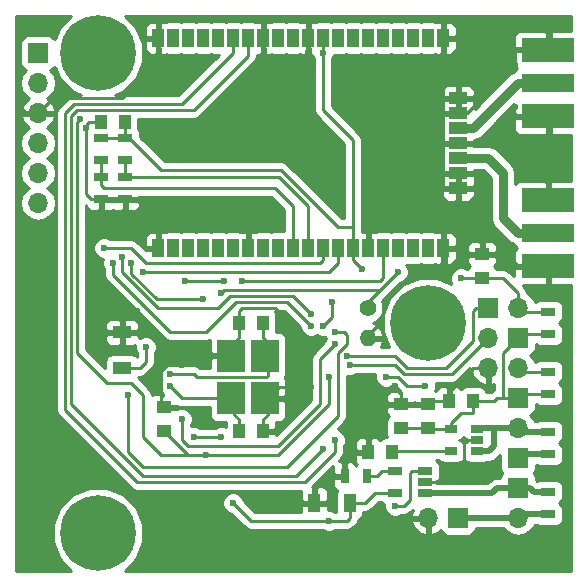
<source format=gbr>
G04 #@! TF.GenerationSoftware,KiCad,Pcbnew,no-vcs-found-7592~57~ubuntu16.04.1*
G04 #@! TF.CreationDate,2017-02-12T17:12:26+02:00*
G04 #@! TF.ProjectId,lora_sensor,6C6F72615F73656E736F722E6B696361,rev?*
G04 #@! TF.FileFunction,Copper,L2,Bot,Signal*
G04 #@! TF.FilePolarity,Positive*
%FSLAX46Y46*%
G04 Gerber Fmt 4.6, Leading zero omitted, Abs format (unit mm)*
G04 Created by KiCad (PCBNEW no-vcs-found-7592~57~ubuntu16.04.1) date Sun Feb 12 17:12:26 2017*
%MOMM*%
%LPD*%
G01*
G04 APERTURE LIST*
%ADD10C,0.100000*%
%ADD11O,1.700000X1.700000*%
%ADD12R,1.700000X1.700000*%
%ADD13C,6.400000*%
%ADD14R,1.300000X0.700000*%
%ADD15R,1.000000X1.600000*%
%ADD16R,1.250000X1.000000*%
%ADD17R,1.000000X1.250000*%
%ADD18R,1.600000X1.000000*%
%ADD19R,0.700000X1.300000*%
%ADD20C,1.400000*%
%ADD21O,1.400000X1.400000*%
%ADD22R,1.016000X1.524000*%
%ADD23R,1.524000X1.016000*%
%ADD24R,1.220000X0.650000*%
%ADD25R,1.060000X0.650000*%
%ADD26R,2.400000X2.800000*%
%ADD27R,4.500000X1.524000*%
%ADD28R,4.500000X2.000000*%
%ADD29C,0.600000*%
%ADD30C,0.500000*%
%ADD31C,0.250000*%
%ADD32C,0.800000*%
%ADD33C,0.254000*%
G04 APERTURE END LIST*
D10*
D11*
X101600000Y-114300000D03*
D12*
X104140000Y-114300000D03*
D13*
X73660000Y-115570000D03*
X73660000Y-74930000D03*
X101600000Y-97790000D03*
D14*
X111760000Y-107000000D03*
X111760000Y-108900000D03*
D15*
X94972000Y-113030000D03*
X91972000Y-113030000D03*
D16*
X106172000Y-93964000D03*
X106172000Y-91964000D03*
D17*
X75930000Y-80772000D03*
X73930000Y-80772000D03*
X98536000Y-108712000D03*
X96536000Y-108712000D03*
D16*
X99314000Y-106664000D03*
X99314000Y-104664000D03*
D17*
X105394000Y-104394000D03*
X103394000Y-104394000D03*
D16*
X101600000Y-106664000D03*
X101600000Y-104664000D03*
D17*
X87614000Y-97790000D03*
X85614000Y-97790000D03*
X85614000Y-106934000D03*
X87614000Y-106934000D03*
D18*
X75692000Y-101576000D03*
X75692000Y-98576000D03*
D16*
X79248000Y-106918000D03*
X79248000Y-104918000D03*
D14*
X75946000Y-82108000D03*
X75946000Y-84008000D03*
X75946000Y-85410000D03*
X75946000Y-87310000D03*
X73914000Y-82108000D03*
X73914000Y-84008000D03*
X73914000Y-85410000D03*
X73914000Y-87310000D03*
X111760000Y-112080000D03*
X111760000Y-113980000D03*
D19*
X96454000Y-110744000D03*
X94554000Y-110744000D03*
D14*
X111760000Y-101920000D03*
X111760000Y-103820000D03*
X111760000Y-96840000D03*
X111760000Y-98740000D03*
D20*
X96520000Y-96520000D03*
D21*
X96520000Y-99060000D03*
D22*
X78740000Y-91440000D03*
X80010000Y-91440000D03*
X81280000Y-91440000D03*
X82550000Y-91440000D03*
X83820000Y-91440000D03*
X85090000Y-91440000D03*
X86360000Y-91440000D03*
X87630000Y-91440000D03*
X88900000Y-91440000D03*
X90170000Y-91440000D03*
X91440000Y-91440000D03*
X92710000Y-91440000D03*
X93980000Y-91440000D03*
X95250000Y-91440000D03*
X96520000Y-91440000D03*
X97790000Y-91440000D03*
X99060000Y-91440000D03*
X100330000Y-91440000D03*
X101600000Y-91440000D03*
X102870000Y-91440000D03*
X102870000Y-73660000D03*
D23*
X104140000Y-86360000D03*
X104140000Y-85090000D03*
X104140000Y-83820000D03*
X104140000Y-82550000D03*
X104140000Y-81280000D03*
X104140000Y-80010000D03*
X104140000Y-78740000D03*
D22*
X101600000Y-73660000D03*
X100330000Y-73660000D03*
X99060000Y-73660000D03*
X97790000Y-73660000D03*
X96520000Y-73660000D03*
X95250000Y-73660000D03*
X93980000Y-73660000D03*
X92710000Y-73660000D03*
X91440000Y-73660000D03*
X90170000Y-73660000D03*
X88900000Y-73660000D03*
X87630000Y-73660000D03*
X86360000Y-73660000D03*
X85090000Y-73660000D03*
X83820000Y-73660000D03*
X82550000Y-73660000D03*
X81280000Y-73660000D03*
X80010000Y-73660000D03*
X78740000Y-73660000D03*
D24*
X101386000Y-110302000D03*
X101386000Y-111252000D03*
X101386000Y-112202000D03*
X98766000Y-112202000D03*
X98766000Y-110302000D03*
D25*
X105748000Y-106746000D03*
X105748000Y-107696000D03*
X105748000Y-108646000D03*
X103548000Y-108646000D03*
X103548000Y-106746000D03*
D11*
X109220000Y-106680000D03*
D12*
X109220000Y-109220000D03*
D11*
X109220000Y-114300000D03*
D12*
X109220000Y-111760000D03*
X109220000Y-104140000D03*
D11*
X109220000Y-101600000D03*
X68580000Y-87630000D03*
X68580000Y-85090000D03*
X68580000Y-82550000D03*
X68580000Y-80010000D03*
X68580000Y-77470000D03*
D12*
X68580000Y-74930000D03*
X109220000Y-99060000D03*
D11*
X109220000Y-96520000D03*
X106680000Y-101600000D03*
X106680000Y-99060000D03*
D12*
X106680000Y-96520000D03*
D26*
X87760000Y-100562000D03*
X87760000Y-104162000D03*
X84960000Y-104162000D03*
X84960000Y-100562000D03*
D27*
X111760000Y-77470000D03*
D28*
X111760000Y-80270000D03*
X111760000Y-74670000D03*
X111760000Y-87370000D03*
X111760000Y-92970000D03*
D27*
X111760000Y-90170000D03*
D29*
X85852000Y-112268000D03*
X88900000Y-106934000D03*
X90170000Y-113030000D03*
X105156000Y-74676000D03*
X112268000Y-95504000D03*
X111760000Y-92970000D03*
X108204000Y-91948000D03*
X106426000Y-90170000D03*
X106426000Y-87376000D03*
X105918000Y-85344000D03*
X109982000Y-85090000D03*
X108715000Y-83817000D03*
X107442000Y-82550000D03*
X105918000Y-82550000D03*
X72644000Y-81280000D03*
X76962000Y-96774000D03*
X107442000Y-81026000D03*
X108966000Y-79502000D03*
X108966000Y-75946000D03*
X107442000Y-77470000D03*
X105664000Y-79248000D03*
X83058000Y-72136000D03*
X109474000Y-72644000D03*
X112268000Y-72644000D03*
X105918000Y-110998000D03*
X97282000Y-72136000D03*
X102870000Y-72136000D03*
X106426000Y-73660000D03*
X106426000Y-76200000D03*
X108966000Y-81788000D03*
X104394000Y-91440000D03*
X80772000Y-101346000D03*
X98806000Y-103124000D03*
X91440000Y-74930000D03*
X91694000Y-103225000D03*
X96012000Y-93218000D03*
X104394000Y-93980000D03*
X92710000Y-74930000D03*
X93218000Y-114554000D03*
X85090000Y-113030000D03*
X79756000Y-102108000D03*
X79756000Y-103124000D03*
X77724000Y-99822000D03*
X101346000Y-103124000D03*
X109220000Y-101600000D03*
X72136000Y-80518000D03*
X82804000Y-108966000D03*
X93218000Y-102378000D03*
X98044000Y-102362000D03*
X91694000Y-97028000D03*
X75692000Y-92202000D03*
X77470000Y-93472000D03*
X74168000Y-91440000D03*
X98806000Y-113284000D03*
X82550000Y-95758000D03*
X76454000Y-92710000D03*
X91694000Y-98025000D03*
X84074000Y-107442000D03*
X81788000Y-107442000D03*
X74930000Y-92710000D03*
X80772000Y-105918000D03*
X93726000Y-99568000D03*
X93726000Y-98552000D03*
X76200000Y-103886000D03*
X84074000Y-95250000D03*
X99060000Y-93472000D03*
X85852000Y-94234000D03*
X84328000Y-94234000D03*
X81026000Y-94234000D03*
X92710000Y-108458000D03*
X93726000Y-107696000D03*
X94996000Y-101346000D03*
X94742000Y-100584000D03*
X92710000Y-98044000D03*
X93472000Y-96012000D03*
D30*
X109220000Y-114300000D02*
X104140000Y-114300000D01*
X111760000Y-113980000D02*
X109540000Y-113980000D01*
X109540000Y-113980000D02*
X109220000Y-114300000D01*
D31*
X90170000Y-113030000D02*
X86614000Y-113030000D01*
X85852000Y-112268000D02*
X86614000Y-113030000D01*
X88900000Y-106934000D02*
X87614000Y-106934000D01*
X90170000Y-113030000D02*
X91972000Y-113030000D01*
X100076000Y-93726000D02*
X103140000Y-93726000D01*
X103140000Y-91710000D02*
X103140000Y-93726000D01*
X97790000Y-96012000D02*
X100076000Y-93726000D01*
X97790000Y-97536000D02*
X97790000Y-96012000D01*
X97790000Y-97536000D02*
X96520000Y-98806000D01*
X105156000Y-74676000D02*
X104648000Y-74676000D01*
X104648000Y-74676000D02*
X102870000Y-76454000D01*
X109220000Y-74670000D02*
X105162000Y-74670000D01*
X105162000Y-74670000D02*
X105156000Y-74676000D01*
X112268000Y-95504000D02*
X111760000Y-94996000D01*
X111760000Y-94996000D02*
X111760000Y-92970000D01*
X105918000Y-85344000D02*
X106426000Y-85852000D01*
X106426000Y-85852000D02*
X106426000Y-87376000D01*
X109226000Y-92970000D02*
X111760000Y-92970000D01*
X108204000Y-91948000D02*
X109226000Y-92970000D01*
X106426000Y-90170000D02*
X108204000Y-91948000D01*
X106426000Y-87376000D02*
X106426000Y-90170000D01*
X104140000Y-85090000D02*
X105664000Y-85090000D01*
X105664000Y-85090000D02*
X105918000Y-85344000D01*
X109982000Y-85090000D02*
X109985000Y-85087000D01*
X108204000Y-83306000D02*
X108715000Y-83817000D01*
X108715000Y-83817000D02*
X109985000Y-85087000D01*
X109985000Y-85087000D02*
X110242000Y-85344000D01*
X110242000Y-85344000D02*
X111760000Y-85344000D01*
X111760000Y-87370000D02*
X111760000Y-85344000D01*
X111760000Y-85344000D02*
X111760000Y-80270000D01*
X96520000Y-99060000D02*
X96520000Y-98806000D01*
X103394000Y-104394000D02*
X103394000Y-103616000D01*
X105410000Y-101600000D02*
X106680000Y-101600000D01*
X103394000Y-103616000D02*
X105410000Y-101600000D01*
X78994000Y-104664000D02*
X78994000Y-101854000D01*
X79502000Y-101346000D02*
X80772000Y-101346000D01*
X79502000Y-101346000D02*
X78994000Y-101854000D01*
X78994000Y-104664000D02*
X79248000Y-104918000D01*
X68580000Y-80010000D02*
X69850000Y-78740000D01*
X78740000Y-75692000D02*
X78740000Y-73660000D01*
X75692000Y-78740000D02*
X78740000Y-75692000D01*
X69850000Y-78740000D02*
X75692000Y-78740000D01*
X72644000Y-81280000D02*
X72644000Y-81026000D01*
X72898000Y-80772000D02*
X73930000Y-80772000D01*
X72644000Y-81026000D02*
X72898000Y-80772000D01*
X75946000Y-97282000D02*
X75692000Y-97536000D01*
X75692000Y-98576000D02*
X75692000Y-97536000D01*
X76454000Y-96774000D02*
X75946000Y-97282000D01*
X76454000Y-96774000D02*
X76962000Y-96774000D01*
X105156000Y-82550000D02*
X105918000Y-82550000D01*
X105918000Y-82550000D02*
X106680000Y-81788000D01*
X106680000Y-81788000D02*
X107442000Y-81026000D01*
X107442000Y-81026000D02*
X108204000Y-80264000D01*
X108204000Y-80264000D02*
X108966000Y-79502000D01*
X104140000Y-82550000D02*
X105156000Y-82550000D01*
X104140000Y-80010000D02*
X104902000Y-80010000D01*
X104902000Y-80010000D02*
X105664000Y-79248000D01*
X105664000Y-79248000D02*
X106680000Y-78232000D01*
X106680000Y-78232000D02*
X107442000Y-77470000D01*
X107442000Y-77470000D02*
X108204000Y-76708000D01*
X108204000Y-76708000D02*
X108966000Y-75946000D01*
X108972000Y-74670000D02*
X109220000Y-74670000D01*
X109220000Y-74670000D02*
X112014000Y-74670000D01*
X108966000Y-74676000D02*
X108972000Y-74670000D01*
X108966000Y-75946000D02*
X108966000Y-74676000D01*
X112014000Y-74670000D02*
X112014000Y-72898000D01*
X112014000Y-72898000D02*
X112268000Y-72644000D01*
X112014000Y-83052000D02*
X112014000Y-80270000D01*
X111760000Y-83306000D02*
X108204000Y-83306000D01*
X108204000Y-83306000D02*
X108198000Y-83306000D01*
X107442000Y-82550000D02*
X108198000Y-83306000D01*
X106934000Y-82550000D02*
X104140000Y-82550000D01*
X106934000Y-82550000D02*
X107442000Y-82550000D01*
X111760000Y-83306000D02*
X112014000Y-83052000D01*
X101386000Y-111252000D02*
X103124000Y-111252000D01*
X103378000Y-110998000D02*
X105918000Y-110998000D01*
X103124000Y-111252000D02*
X103378000Y-110998000D01*
X105748000Y-107696000D02*
X104902000Y-107696000D01*
X104648000Y-109728000D02*
X105918000Y-110998000D01*
X104648000Y-107950000D02*
X104648000Y-109728000D01*
X104902000Y-107696000D02*
X104648000Y-107950000D01*
X91972000Y-113030000D02*
X91972000Y-111736000D01*
X91972000Y-111736000D02*
X92964000Y-110744000D01*
X92964000Y-110744000D02*
X94554000Y-110744000D01*
X94554000Y-110744000D02*
X94554000Y-109154000D01*
X94996000Y-108712000D02*
X96536000Y-108712000D01*
X94554000Y-109154000D02*
X94996000Y-108712000D01*
X106426000Y-73660000D02*
X104902000Y-72136000D01*
X104902000Y-72136000D02*
X102870000Y-72136000D01*
X102870000Y-72136000D02*
X97282000Y-72136000D01*
X97282000Y-72136000D02*
X91440000Y-72136000D01*
X102870000Y-73660000D02*
X102870000Y-72136000D01*
X85614000Y-97790000D02*
X85614000Y-96758000D01*
X85614000Y-96758000D02*
X85852000Y-96520000D01*
X102870000Y-91440000D02*
X104394000Y-91440000D01*
X80772000Y-101346000D02*
X81556000Y-100562000D01*
X81556000Y-100562000D02*
X85214000Y-100562000D01*
X72644000Y-81280000D02*
X72644000Y-86868000D01*
X72644000Y-86868000D02*
X73086000Y-87310000D01*
X99314000Y-103632000D02*
X99314000Y-104664000D01*
X98806000Y-103124000D02*
X99314000Y-103632000D01*
X73914000Y-87310000D02*
X73086000Y-87310000D01*
X103140000Y-91710000D02*
X102870000Y-91440000D01*
X87614000Y-106934000D02*
X87614000Y-105934000D01*
X87614000Y-105934000D02*
X88014000Y-105534000D01*
X78740000Y-91440000D02*
X78740000Y-88138000D01*
X78740000Y-88138000D02*
X77912000Y-87310000D01*
X75946000Y-87310000D02*
X77912000Y-87310000D01*
X77912000Y-87310000D02*
X85532000Y-87310000D01*
X86360000Y-88138000D02*
X86360000Y-91440000D01*
X85532000Y-87310000D02*
X86360000Y-88138000D01*
X73914000Y-87310000D02*
X75946000Y-87310000D01*
X102870000Y-78740000D02*
X102870000Y-76454000D01*
X102870000Y-76454000D02*
X102870000Y-75946000D01*
X102870000Y-75946000D02*
X102870000Y-73660000D01*
X102870000Y-80010000D02*
X102870000Y-78740000D01*
X102870000Y-78740000D02*
X104140000Y-78740000D01*
X102870000Y-82550000D02*
X102870000Y-80010000D01*
X102870000Y-80010000D02*
X104140000Y-80010000D01*
X102870000Y-85090000D02*
X102870000Y-82550000D01*
X102870000Y-82550000D02*
X104140000Y-82550000D01*
X102870000Y-86360000D02*
X102870000Y-85090000D01*
X102870000Y-85090000D02*
X104140000Y-85090000D01*
X102870000Y-86360000D02*
X104140000Y-86360000D01*
X96520000Y-91440000D02*
X96520000Y-89662000D01*
X102870000Y-89662000D02*
X102870000Y-91440000D01*
X96520000Y-89662000D02*
X102870000Y-89662000D01*
X67310000Y-72136000D02*
X66802000Y-72644000D01*
X67564000Y-80010000D02*
X68580000Y-80010000D01*
X66802000Y-79248000D02*
X67564000Y-80010000D01*
X66802000Y-72644000D02*
X66802000Y-79248000D01*
X87630000Y-72136000D02*
X83058000Y-72136000D01*
X83058000Y-72136000D02*
X78740000Y-72136000D01*
X78740000Y-72136000D02*
X78740000Y-73660000D01*
X91440000Y-73660000D02*
X91440000Y-72136000D01*
X87630000Y-72136000D02*
X87630000Y-73660000D01*
X91440000Y-72136000D02*
X87630000Y-72136000D01*
X91440000Y-73660000D02*
X91440000Y-74930000D01*
X101600000Y-104664000D02*
X99314000Y-104664000D01*
X103394000Y-104394000D02*
X101870000Y-104394000D01*
X101870000Y-104394000D02*
X101600000Y-104664000D01*
X85214000Y-100562000D02*
X85214000Y-99444000D01*
X85214000Y-99444000D02*
X85614000Y-99044000D01*
X85614000Y-99044000D02*
X85614000Y-97790000D01*
X89916000Y-101447000D02*
X91694000Y-103225000D01*
X89916000Y-97790000D02*
X89916000Y-101447000D01*
X88646000Y-96520000D02*
X89916000Y-97790000D01*
X85852000Y-96520000D02*
X88646000Y-96520000D01*
X91694000Y-103225000D02*
X88951000Y-103225000D01*
X88951000Y-103225000D02*
X88014000Y-104162000D01*
X88014000Y-105534000D02*
X88014000Y-104162000D01*
X106172000Y-93964000D02*
X104410000Y-93964000D01*
X95250000Y-92456000D02*
X95250000Y-91440000D01*
X95250000Y-92456000D02*
X96012000Y-93218000D01*
X104410000Y-93964000D02*
X104394000Y-93980000D01*
X106172000Y-93964000D02*
X107934000Y-93964000D01*
X109220000Y-95250000D02*
X109220000Y-96520000D01*
X107934000Y-93964000D02*
X109220000Y-95250000D01*
X75946000Y-82108000D02*
X76266000Y-82108000D01*
X76266000Y-82108000D02*
X78994000Y-84836000D01*
X93980000Y-89662000D02*
X95250000Y-89662000D01*
X89154000Y-84836000D02*
X93980000Y-89662000D01*
X78994000Y-84836000D02*
X89154000Y-84836000D01*
X75930000Y-80772000D02*
X75930000Y-82092000D01*
X75930000Y-82092000D02*
X75946000Y-82108000D01*
X73914000Y-82108000D02*
X75946000Y-82108000D01*
X75946000Y-82108000D02*
X76012000Y-82042000D01*
X92710000Y-74930000D02*
X92710000Y-79756000D01*
X95250000Y-82296000D02*
X92710000Y-79756000D01*
X95250000Y-82296000D02*
X95250000Y-84582000D01*
X95250000Y-84582000D02*
X95250000Y-87884000D01*
X95250000Y-87884000D02*
X95250000Y-89154000D01*
X95250000Y-89154000D02*
X95250000Y-89662000D01*
X95250000Y-89662000D02*
X95250000Y-91440000D01*
X92710000Y-73660000D02*
X92710000Y-74930000D01*
X111760000Y-96840000D02*
X109540000Y-96840000D01*
X109540000Y-96840000D02*
X109220000Y-96520000D01*
X94972000Y-114324000D02*
X94972000Y-113030000D01*
X94742000Y-114554000D02*
X94972000Y-114324000D01*
X86614000Y-114554000D02*
X93218000Y-114554000D01*
X93218000Y-114554000D02*
X94742000Y-114554000D01*
X85090000Y-113030000D02*
X86614000Y-114554000D01*
X98766000Y-112202000D02*
X97094000Y-112202000D01*
X96266000Y-113030000D02*
X94972000Y-113030000D01*
X97094000Y-112202000D02*
X96266000Y-113030000D01*
X103548000Y-108646000D02*
X98602000Y-108646000D01*
X98602000Y-108646000D02*
X98536000Y-108712000D01*
X103466000Y-108728000D02*
X103548000Y-108646000D01*
X109220000Y-99060000D02*
X107950000Y-100330000D01*
X107950000Y-100330000D02*
X107950000Y-104140000D01*
X109220000Y-104140000D02*
X107950000Y-104140000D01*
X107950000Y-104140000D02*
X107442000Y-104140000D01*
X107442000Y-104140000D02*
X107188000Y-104394000D01*
X107188000Y-104394000D02*
X105394000Y-104394000D01*
X105648000Y-104140000D02*
X105394000Y-104394000D01*
X111760000Y-103820000D02*
X109540000Y-103820000D01*
X109540000Y-103820000D02*
X109220000Y-104140000D01*
X105410000Y-105410000D02*
X105410000Y-104410000D01*
X103548000Y-106746000D02*
X103548000Y-106256000D01*
X104394000Y-105410000D02*
X105410000Y-105410000D01*
X103548000Y-106256000D02*
X104394000Y-105410000D01*
X101600000Y-106664000D02*
X99314000Y-106664000D01*
X103548000Y-106746000D02*
X101682000Y-106746000D01*
X101682000Y-106746000D02*
X101600000Y-106664000D01*
X111760000Y-98740000D02*
X109540000Y-98740000D01*
X109540000Y-98740000D02*
X109220000Y-99060000D01*
X88014000Y-102232000D02*
X88014000Y-100562000D01*
X88014000Y-100562000D02*
X88014000Y-99444000D01*
X88014000Y-99444000D02*
X87614000Y-99044000D01*
X87614000Y-99044000D02*
X87614000Y-97790000D01*
X87884000Y-102362000D02*
X88014000Y-102232000D01*
X82042000Y-102362000D02*
X87884000Y-102362000D01*
X81788000Y-102108000D02*
X82042000Y-102362000D01*
X79756000Y-102108000D02*
X81788000Y-102108000D01*
X85614000Y-106934000D02*
X85614000Y-105934000D01*
X85614000Y-105934000D02*
X85214000Y-105534000D01*
X81048000Y-104162000D02*
X85214000Y-104162000D01*
X80794000Y-104162000D02*
X81048000Y-104162000D01*
X79756000Y-103124000D02*
X80794000Y-104162000D01*
X85214000Y-105534000D02*
X85214000Y-104162000D01*
X77724000Y-101092000D02*
X77216000Y-101600000D01*
X77724000Y-99822000D02*
X77724000Y-101092000D01*
X77216000Y-101600000D02*
X75716000Y-101600000D01*
X75716000Y-101600000D02*
X75692000Y-101576000D01*
X98044000Y-102362000D02*
X99060000Y-102362000D01*
X99822000Y-103124000D02*
X99060000Y-102362000D01*
X99822000Y-103124000D02*
X101346000Y-103124000D01*
X82804000Y-108966000D02*
X88900000Y-108966000D01*
X93218000Y-104648000D02*
X88900000Y-108966000D01*
X93218000Y-104648000D02*
X93218000Y-102378000D01*
X71882000Y-98806000D02*
X71882000Y-100330000D01*
X78994000Y-108966000D02*
X81296000Y-108966000D01*
X77470000Y-107442000D02*
X78994000Y-108966000D01*
X77470000Y-103886000D02*
X77470000Y-107442000D01*
X76454000Y-102870000D02*
X77470000Y-103886000D01*
X74422000Y-102870000D02*
X76454000Y-102870000D01*
X71882000Y-100330000D02*
X74422000Y-102870000D01*
X71882000Y-80772000D02*
X71882000Y-98806000D01*
X72136000Y-80518000D02*
X71882000Y-80772000D01*
X82804000Y-108966000D02*
X81296000Y-108966000D01*
X81296000Y-108966000D02*
X79248000Y-106918000D01*
X111760000Y-101920000D02*
X109540000Y-101920000D01*
X109540000Y-101920000D02*
X109220000Y-101600000D01*
X93218000Y-102378000D02*
X93218000Y-102362000D01*
X90170000Y-95504000D02*
X89916000Y-95504000D01*
X91694000Y-97028000D02*
X90170000Y-95504000D01*
X84836000Y-95504000D02*
X89916000Y-95504000D01*
X83820000Y-96520000D02*
X84836000Y-95504000D01*
X78740000Y-96520000D02*
X83820000Y-96520000D01*
X75692000Y-93472000D02*
X78740000Y-96520000D01*
X75692000Y-92202000D02*
X75692000Y-93472000D01*
X88966000Y-85410000D02*
X91440000Y-87884000D01*
X75946000Y-85410000D02*
X88966000Y-85410000D01*
X91440000Y-87884000D02*
X91440000Y-91440000D01*
X75946000Y-84008000D02*
X75946000Y-85410000D01*
X93218000Y-93472000D02*
X93980000Y-92710000D01*
X91694000Y-93472000D02*
X93218000Y-93472000D01*
X77470000Y-93472000D02*
X91694000Y-93472000D01*
X93980000Y-91440000D02*
X93980000Y-92710000D01*
X92456000Y-92710000D02*
X77724000Y-92710000D01*
X77216000Y-92202000D02*
X76454000Y-91440000D01*
X92710000Y-92456000D02*
X92456000Y-92710000D01*
X77724000Y-92710000D02*
X77216000Y-92202000D01*
X92710000Y-91440000D02*
X92710000Y-92456000D01*
X76454000Y-91440000D02*
X74168000Y-91440000D01*
X73914000Y-85410000D02*
X73914000Y-84008000D01*
X90170000Y-91440000D02*
X90170000Y-87884000D01*
X73914000Y-86106000D02*
X73914000Y-85410000D01*
X74168000Y-86360000D02*
X73914000Y-86106000D01*
X88646000Y-86360000D02*
X74168000Y-86360000D01*
X90170000Y-87884000D02*
X88646000Y-86360000D01*
X101386000Y-110302000D02*
X100264000Y-110302000D01*
X99568000Y-113284000D02*
X98806000Y-113284000D01*
X100076000Y-112776000D02*
X99568000Y-113284000D01*
X100076000Y-110490000D02*
X100076000Y-112776000D01*
X100264000Y-110302000D02*
X100076000Y-110490000D01*
D30*
X111760000Y-112080000D02*
X110556000Y-112080000D01*
X110236000Y-111760000D02*
X109220000Y-111760000D01*
X110556000Y-112080000D02*
X110236000Y-111760000D01*
X109220000Y-111760000D02*
X107442000Y-111760000D01*
X104460000Y-112202000D02*
X101386000Y-112202000D01*
X107000000Y-112202000D02*
X104460000Y-112202000D01*
X107442000Y-111760000D02*
X107000000Y-112202000D01*
D31*
X96454000Y-110744000D02*
X97282000Y-110744000D01*
X97724000Y-110302000D02*
X98766000Y-110302000D01*
X97282000Y-110744000D02*
X97724000Y-110302000D01*
X96536000Y-111048000D02*
X96520000Y-111064000D01*
D30*
X107188000Y-106680000D02*
X109220000Y-106680000D01*
X105748000Y-106746000D02*
X105814000Y-106680000D01*
X105814000Y-106680000D02*
X107188000Y-106680000D01*
X105748000Y-108646000D02*
X106746000Y-108646000D01*
X107188000Y-108204000D02*
X107188000Y-106680000D01*
X106746000Y-108646000D02*
X107188000Y-108204000D01*
X111760000Y-107000000D02*
X109540000Y-107000000D01*
X109540000Y-107000000D02*
X109220000Y-106680000D01*
X111760000Y-108900000D02*
X109540000Y-108900000D01*
X109540000Y-108900000D02*
X109220000Y-109220000D01*
D31*
X76454000Y-93597602D02*
X78614398Y-95758000D01*
X78614398Y-95758000D02*
X82550000Y-95758000D01*
X76454000Y-92710000D02*
X76454000Y-93597602D01*
X89662000Y-96012000D02*
X89681000Y-96012000D01*
X89681000Y-96012000D02*
X91694000Y-98025000D01*
X84074000Y-107442000D02*
X81788000Y-107442000D01*
X77216000Y-96012000D02*
X74930000Y-93726000D01*
X74930000Y-93726000D02*
X74930000Y-92710000D01*
X85344000Y-96012000D02*
X89662000Y-96012000D01*
X82804000Y-98552000D02*
X85344000Y-96012000D01*
X79756000Y-98552000D02*
X82804000Y-98552000D01*
X77216000Y-96012000D02*
X79756000Y-98552000D01*
X83058000Y-108204000D02*
X81280000Y-108204000D01*
X92456000Y-100838000D02*
X93726000Y-99568000D01*
X91440000Y-105664000D02*
X92456000Y-104648000D01*
X83058000Y-108204000D02*
X88392000Y-108204000D01*
X88392000Y-108204000D02*
X88900000Y-108204000D01*
X88900000Y-108204000D02*
X91440000Y-105664000D01*
X92456000Y-104648000D02*
X92456000Y-102108000D01*
X92456000Y-102108000D02*
X92456000Y-100838000D01*
X80772000Y-107696000D02*
X80772000Y-105918000D01*
X81280000Y-108204000D02*
X80772000Y-107696000D01*
X94742000Y-98806000D02*
X94742000Y-99568000D01*
X94742000Y-98806000D02*
X94488000Y-98552000D01*
X94488000Y-98552000D02*
X93726000Y-98552000D01*
X93980000Y-100330000D02*
X93980000Y-105664000D01*
X94742000Y-99568000D02*
X93980000Y-100330000D01*
X78994000Y-109982000D02*
X77470000Y-109982000D01*
X89662000Y-109982000D02*
X93980000Y-105664000D01*
X82296000Y-109982000D02*
X89662000Y-109982000D01*
X82296000Y-109982000D02*
X78994000Y-109982000D01*
X76200000Y-108712000D02*
X76200000Y-103886000D01*
X77470000Y-109982000D02*
X76200000Y-108712000D01*
X97536000Y-94996000D02*
X94488000Y-94996000D01*
X84074000Y-95250000D02*
X84328000Y-94996000D01*
X84328000Y-94996000D02*
X94488000Y-94996000D01*
X96520000Y-96520000D02*
X96520000Y-96012000D01*
X96520000Y-96012000D02*
X97536000Y-94996000D01*
X97536000Y-94996000D02*
X99060000Y-93472000D01*
X93726000Y-94234000D02*
X97536000Y-94234000D01*
X85852000Y-94234000D02*
X87376000Y-94234000D01*
X91440000Y-94234000D02*
X93472000Y-94234000D01*
X87376000Y-94234000D02*
X91440000Y-94234000D01*
X93472000Y-94234000D02*
X93726000Y-94234000D01*
X97790000Y-93980000D02*
X97790000Y-91440000D01*
X97536000Y-94234000D02*
X97790000Y-93980000D01*
X97790000Y-91440000D02*
X97790000Y-92710000D01*
X81788000Y-94234000D02*
X81026000Y-94234000D01*
X84328000Y-94234000D02*
X81788000Y-94234000D01*
X72898000Y-79756000D02*
X71882000Y-79756000D01*
X81788000Y-79756000D02*
X72898000Y-79756000D01*
X78916002Y-110744000D02*
X90424000Y-110744000D01*
X90424000Y-110744000D02*
X92710000Y-108458000D01*
X86360000Y-75184000D02*
X85090000Y-76454000D01*
X86360000Y-75184000D02*
X86360000Y-73660000D01*
X85090000Y-76454000D02*
X81788000Y-79756000D01*
X77470000Y-110744000D02*
X78916002Y-110744000D01*
X71374000Y-104648000D02*
X77470000Y-110744000D01*
X71374000Y-80264000D02*
X71374000Y-104648000D01*
X71882000Y-79756000D02*
X71374000Y-80264000D01*
X78740000Y-111252000D02*
X76962000Y-111252000D01*
X72644000Y-79248000D02*
X80772000Y-79248000D01*
X80772000Y-79248000D02*
X84074000Y-75946000D01*
X93726000Y-107696000D02*
X93726000Y-108712000D01*
X93726000Y-108712000D02*
X91186000Y-111252000D01*
X85090000Y-74930000D02*
X85090000Y-73660000D01*
X85090000Y-74930000D02*
X84074000Y-75946000D01*
X91186000Y-111252000D02*
X78740000Y-111252000D01*
X71628000Y-79248000D02*
X72644000Y-79248000D01*
X70866000Y-80010000D02*
X71628000Y-79248000D01*
X70866000Y-105156000D02*
X70866000Y-80010000D01*
X76962000Y-111252000D02*
X70866000Y-105156000D01*
X103632000Y-102108000D02*
X106680000Y-99060000D01*
X99568000Y-102108000D02*
X103632000Y-102108000D01*
X98806000Y-101346000D02*
X99568000Y-102108000D01*
X98552000Y-101346000D02*
X98806000Y-101346000D01*
X94996000Y-101346000D02*
X98552000Y-101346000D01*
X105664000Y-96520000D02*
X106680000Y-96520000D01*
X105410000Y-96774000D02*
X105664000Y-96520000D01*
X105410000Y-99314000D02*
X105410000Y-96774000D01*
X103124000Y-101600000D02*
X105410000Y-99314000D01*
X99822000Y-101600000D02*
X103124000Y-101600000D01*
X98806000Y-100584000D02*
X99822000Y-101600000D01*
X94742000Y-100584000D02*
X98806000Y-100584000D01*
X93472000Y-97282000D02*
X92710000Y-98044000D01*
X93472000Y-96012000D02*
X93472000Y-97282000D01*
D32*
X109220000Y-77470000D02*
X112014000Y-77470000D01*
X104140000Y-81280000D02*
X105410000Y-81280000D01*
X105410000Y-81280000D02*
X109220000Y-77470000D01*
X109220000Y-90170000D02*
X111760000Y-90170000D01*
X107950000Y-88900000D02*
X109220000Y-90170000D01*
X107950000Y-85090000D02*
X107950000Y-88900000D01*
X104140000Y-83820000D02*
X106680000Y-83820000D01*
X106680000Y-83820000D02*
X107950000Y-85090000D01*
D33*
G36*
X70410741Y-72754811D02*
X69988191Y-73772423D01*
X69887809Y-73622191D01*
X69677765Y-73481843D01*
X69430000Y-73432560D01*
X67730000Y-73432560D01*
X67482235Y-73481843D01*
X67272191Y-73622191D01*
X67131843Y-73832235D01*
X67082560Y-74080000D01*
X67082560Y-75780000D01*
X67131843Y-76027765D01*
X67272191Y-76237809D01*
X67482235Y-76378157D01*
X67544777Y-76390597D01*
X67500853Y-76419946D01*
X67178946Y-76901715D01*
X67065907Y-77470000D01*
X67178946Y-78038285D01*
X67500853Y-78520054D01*
X67841553Y-78747702D01*
X67698642Y-78814817D01*
X67308355Y-79243076D01*
X67138524Y-79653110D01*
X67259845Y-79883000D01*
X68453000Y-79883000D01*
X68453000Y-79863000D01*
X68707000Y-79863000D01*
X68707000Y-79883000D01*
X69900155Y-79883000D01*
X70021476Y-79653110D01*
X69851645Y-79243076D01*
X69461358Y-78814817D01*
X69318447Y-78747702D01*
X69659147Y-78520054D01*
X69981054Y-78038285D01*
X70094093Y-77470000D01*
X69981054Y-76901715D01*
X69659147Y-76419946D01*
X69615223Y-76390597D01*
X69677765Y-76378157D01*
X69887809Y-76237809D01*
X69988583Y-76086991D01*
X70406950Y-77099515D01*
X71484811Y-78179259D01*
X72228342Y-78488000D01*
X71628000Y-78488000D01*
X71337161Y-78545852D01*
X71090599Y-78710599D01*
X70328599Y-79472599D01*
X70163852Y-79719161D01*
X70106000Y-80010000D01*
X70106000Y-105156000D01*
X70163852Y-105446839D01*
X70328599Y-105693401D01*
X76424599Y-111789401D01*
X76671161Y-111954148D01*
X76962000Y-112012000D01*
X90874979Y-112012000D01*
X90837000Y-112103690D01*
X90837000Y-112744250D01*
X90995750Y-112903000D01*
X91845000Y-112903000D01*
X91845000Y-111753750D01*
X92099000Y-111753750D01*
X92099000Y-112903000D01*
X92948250Y-112903000D01*
X93107000Y-112744250D01*
X93107000Y-112103690D01*
X93010327Y-111870301D01*
X92831698Y-111691673D01*
X92598309Y-111595000D01*
X92257750Y-111595000D01*
X92099000Y-111753750D01*
X91845000Y-111753750D01*
X91802026Y-111710776D01*
X93585891Y-109926911D01*
X93569000Y-109967690D01*
X93569000Y-110458250D01*
X93727750Y-110617000D01*
X94427000Y-110617000D01*
X94427000Y-109617750D01*
X94268250Y-109459000D01*
X94077691Y-109459000D01*
X94036910Y-109475892D01*
X94263401Y-109249401D01*
X94428148Y-109002840D01*
X94448604Y-108900000D01*
X94486000Y-108712000D01*
X94486000Y-108258463D01*
X94518192Y-108226327D01*
X94628494Y-107960690D01*
X95401000Y-107960690D01*
X95401000Y-108426250D01*
X95559750Y-108585000D01*
X96409000Y-108585000D01*
X96409000Y-107610750D01*
X96250250Y-107452000D01*
X95909691Y-107452000D01*
X95676302Y-107548673D01*
X95497673Y-107727301D01*
X95401000Y-107960690D01*
X94628494Y-107960690D01*
X94660838Y-107882799D01*
X94661162Y-107510833D01*
X94519117Y-107167057D01*
X94256327Y-106903808D01*
X93944483Y-106774319D01*
X94517401Y-106201401D01*
X94682148Y-105954839D01*
X94740000Y-105664000D01*
X94740000Y-102252103D01*
X94809201Y-102280838D01*
X95181167Y-102281162D01*
X95524943Y-102139117D01*
X95558118Y-102106000D01*
X97137897Y-102106000D01*
X97109162Y-102175201D01*
X97108838Y-102547167D01*
X97250883Y-102890943D01*
X97513673Y-103154192D01*
X97857201Y-103296838D01*
X98229167Y-103297162D01*
X98572943Y-103155117D01*
X98606118Y-103122000D01*
X98745198Y-103122000D01*
X99186998Y-103563800D01*
X99186998Y-103687748D01*
X99028250Y-103529000D01*
X98562690Y-103529000D01*
X98329301Y-103625673D01*
X98150673Y-103804302D01*
X98054000Y-104037691D01*
X98054000Y-104378250D01*
X98212750Y-104537000D01*
X99187000Y-104537000D01*
X99187000Y-104517000D01*
X99441000Y-104517000D01*
X99441000Y-104537000D01*
X100415250Y-104537000D01*
X100457000Y-104495250D01*
X100498750Y-104537000D01*
X101473000Y-104537000D01*
X101473000Y-104517000D01*
X101727000Y-104517000D01*
X101727000Y-104537000D01*
X101747000Y-104537000D01*
X101747000Y-104791000D01*
X101727000Y-104791000D01*
X101727000Y-104811000D01*
X101473000Y-104811000D01*
X101473000Y-104791000D01*
X100498750Y-104791000D01*
X100457000Y-104832750D01*
X100415250Y-104791000D01*
X99441000Y-104791000D01*
X99441000Y-104811000D01*
X99187000Y-104811000D01*
X99187000Y-104791000D01*
X98212750Y-104791000D01*
X98054000Y-104949750D01*
X98054000Y-105290309D01*
X98150673Y-105523698D01*
X98292320Y-105665346D01*
X98231191Y-105706191D01*
X98090843Y-105916235D01*
X98041560Y-106164000D01*
X98041560Y-107164000D01*
X98090843Y-107411765D01*
X98109415Y-107439560D01*
X98036000Y-107439560D01*
X97788235Y-107488843D01*
X97578191Y-107629191D01*
X97537346Y-107690320D01*
X97395698Y-107548673D01*
X97162309Y-107452000D01*
X96821750Y-107452000D01*
X96663000Y-107610750D01*
X96663000Y-108585000D01*
X96683000Y-108585000D01*
X96683000Y-108839000D01*
X96663000Y-108839000D01*
X96663000Y-108859000D01*
X96409000Y-108859000D01*
X96409000Y-108839000D01*
X95559750Y-108839000D01*
X95401000Y-108997750D01*
X95401000Y-109463310D01*
X95497673Y-109696699D01*
X95562467Y-109761492D01*
X95505843Y-109846235D01*
X95500279Y-109874209D01*
X95442327Y-109734301D01*
X95263698Y-109555673D01*
X95030309Y-109459000D01*
X94839750Y-109459000D01*
X94681000Y-109617750D01*
X94681000Y-110617000D01*
X94701000Y-110617000D01*
X94701000Y-110871000D01*
X94681000Y-110871000D01*
X94681000Y-110891000D01*
X94427000Y-110891000D01*
X94427000Y-110871000D01*
X93727750Y-110871000D01*
X93569000Y-111029750D01*
X93569000Y-111520310D01*
X93665673Y-111753699D01*
X93844302Y-111932327D01*
X93893558Y-111952730D01*
X93873843Y-111982235D01*
X93824560Y-112230000D01*
X93824560Y-113794000D01*
X93780463Y-113794000D01*
X93748327Y-113761808D01*
X93404799Y-113619162D01*
X93107000Y-113618903D01*
X93107000Y-113315750D01*
X92948250Y-113157000D01*
X92099000Y-113157000D01*
X92099000Y-113177000D01*
X91845000Y-113177000D01*
X91845000Y-113157000D01*
X90995750Y-113157000D01*
X90837000Y-113315750D01*
X90837000Y-113794000D01*
X86928802Y-113794000D01*
X86025122Y-112890320D01*
X86025162Y-112844833D01*
X85883117Y-112501057D01*
X85620327Y-112237808D01*
X85276799Y-112095162D01*
X84904833Y-112094838D01*
X84561057Y-112236883D01*
X84297808Y-112499673D01*
X84155162Y-112843201D01*
X84154838Y-113215167D01*
X84296883Y-113558943D01*
X84559673Y-113822192D01*
X84903201Y-113964838D01*
X84950077Y-113964879D01*
X86076599Y-115091401D01*
X86323160Y-115256148D01*
X86371414Y-115265746D01*
X86614000Y-115314000D01*
X92655537Y-115314000D01*
X92687673Y-115346192D01*
X93031201Y-115488838D01*
X93403167Y-115489162D01*
X93746943Y-115347117D01*
X93780118Y-115314000D01*
X94742000Y-115314000D01*
X95032839Y-115256148D01*
X95279401Y-115091401D01*
X95509401Y-114861401D01*
X95646049Y-114656892D01*
X100158514Y-114656892D01*
X100404817Y-115181358D01*
X100833076Y-115571645D01*
X101243110Y-115741476D01*
X101473000Y-115620155D01*
X101473000Y-114427000D01*
X100279181Y-114427000D01*
X100158514Y-114656892D01*
X95646049Y-114656892D01*
X95674148Y-114614839D01*
X95710932Y-114429914D01*
X95719765Y-114428157D01*
X95929809Y-114287809D01*
X96070157Y-114077765D01*
X96119440Y-113830000D01*
X96119440Y-113790000D01*
X96266000Y-113790000D01*
X96556839Y-113732148D01*
X96803401Y-113567401D01*
X97408802Y-112962000D01*
X97682950Y-112962000D01*
X97698191Y-112984809D01*
X97871159Y-113100384D01*
X97870838Y-113469167D01*
X98012883Y-113812943D01*
X98275673Y-114076192D01*
X98619201Y-114218838D01*
X98991167Y-114219162D01*
X99334943Y-114077117D01*
X99368118Y-114044000D01*
X99568000Y-114044000D01*
X99858839Y-113986148D01*
X100105401Y-113821401D01*
X100313311Y-113613491D01*
X100158514Y-113943108D01*
X100279181Y-114173000D01*
X101473000Y-114173000D01*
X101473000Y-114153000D01*
X101727000Y-114153000D01*
X101727000Y-114173000D01*
X101747000Y-114173000D01*
X101747000Y-114427000D01*
X101727000Y-114427000D01*
X101727000Y-115620155D01*
X101956890Y-115741476D01*
X102366924Y-115571645D01*
X102671261Y-115294292D01*
X102691843Y-115397765D01*
X102832191Y-115607809D01*
X103042235Y-115748157D01*
X103290000Y-115797440D01*
X104990000Y-115797440D01*
X105237765Y-115748157D01*
X105447809Y-115607809D01*
X105588157Y-115397765D01*
X105630478Y-115185000D01*
X108030568Y-115185000D01*
X108140853Y-115350054D01*
X108622622Y-115671961D01*
X109190907Y-115785000D01*
X109249093Y-115785000D01*
X109817378Y-115671961D01*
X110299147Y-115350054D01*
X110621054Y-114868285D01*
X110621707Y-114865000D01*
X110767715Y-114865000D01*
X110862235Y-114928157D01*
X111110000Y-114977440D01*
X112410000Y-114977440D01*
X112657765Y-114928157D01*
X112867809Y-114787809D01*
X113008157Y-114577765D01*
X113057440Y-114330000D01*
X113057440Y-113630000D01*
X113008157Y-113382235D01*
X112867809Y-113172191D01*
X112657765Y-113031843D01*
X112648500Y-113030000D01*
X112657765Y-113028157D01*
X112867809Y-112887809D01*
X113008157Y-112677765D01*
X113057440Y-112430000D01*
X113057440Y-111730000D01*
X113008157Y-111482235D01*
X112867809Y-111272191D01*
X112657765Y-111131843D01*
X112410000Y-111082560D01*
X111110000Y-111082560D01*
X110862235Y-111131843D01*
X110860241Y-111133175D01*
X110848006Y-111125000D01*
X110717440Y-111037759D01*
X110717440Y-110910000D01*
X110668157Y-110662235D01*
X110553072Y-110490000D01*
X110668157Y-110317765D01*
X110717440Y-110070000D01*
X110717440Y-109785000D01*
X110767715Y-109785000D01*
X110862235Y-109848157D01*
X111110000Y-109897440D01*
X112410000Y-109897440D01*
X112657765Y-109848157D01*
X112867809Y-109707809D01*
X113008157Y-109497765D01*
X113057440Y-109250000D01*
X113057440Y-108550000D01*
X113008157Y-108302235D01*
X112867809Y-108092191D01*
X112657765Y-107951843D01*
X112648500Y-107950000D01*
X112657765Y-107948157D01*
X112867809Y-107807809D01*
X113008157Y-107597765D01*
X113057440Y-107350000D01*
X113057440Y-106650000D01*
X113008157Y-106402235D01*
X112867809Y-106192191D01*
X112657765Y-106051843D01*
X112410000Y-106002560D01*
X111110000Y-106002560D01*
X110862235Y-106051843D01*
X110767715Y-106115000D01*
X110621707Y-106115000D01*
X110621054Y-106111715D01*
X110299147Y-105629946D01*
X110255223Y-105600597D01*
X110317765Y-105588157D01*
X110527809Y-105447809D01*
X110668157Y-105237765D01*
X110717440Y-104990000D01*
X110717440Y-104671407D01*
X110862235Y-104768157D01*
X111110000Y-104817440D01*
X112410000Y-104817440D01*
X112657765Y-104768157D01*
X112867809Y-104627809D01*
X113008157Y-104417765D01*
X113057440Y-104170000D01*
X113057440Y-103470000D01*
X113008157Y-103222235D01*
X112867809Y-103012191D01*
X112657765Y-102871843D01*
X112648500Y-102870000D01*
X112657765Y-102868157D01*
X112867809Y-102727809D01*
X113008157Y-102517765D01*
X113057440Y-102270000D01*
X113057440Y-101570000D01*
X113008157Y-101322235D01*
X112867809Y-101112191D01*
X112657765Y-100971843D01*
X112410000Y-100922560D01*
X111110000Y-100922560D01*
X110862235Y-100971843D01*
X110652191Y-101112191D01*
X110640532Y-101129639D01*
X110621054Y-101031715D01*
X110299147Y-100549946D01*
X110255223Y-100520597D01*
X110317765Y-100508157D01*
X110527809Y-100367809D01*
X110668157Y-100157765D01*
X110717440Y-99910000D01*
X110717440Y-99591407D01*
X110862235Y-99688157D01*
X111110000Y-99737440D01*
X112410000Y-99737440D01*
X112657765Y-99688157D01*
X112867809Y-99547809D01*
X113008157Y-99337765D01*
X113057440Y-99090000D01*
X113057440Y-98390000D01*
X113008157Y-98142235D01*
X112867809Y-97932191D01*
X112657765Y-97791843D01*
X112648500Y-97790000D01*
X112657765Y-97788157D01*
X112867809Y-97647809D01*
X113008157Y-97437765D01*
X113057440Y-97190000D01*
X113057440Y-96490000D01*
X113008157Y-96242235D01*
X112867809Y-96032191D01*
X112657765Y-95891843D01*
X112410000Y-95842560D01*
X111110000Y-95842560D01*
X110862235Y-95891843D01*
X110652191Y-96032191D01*
X110640532Y-96049639D01*
X110621054Y-95951715D01*
X110299147Y-95469946D01*
X109980000Y-95256699D01*
X109980000Y-95250000D01*
X109922148Y-94959161D01*
X109757401Y-94712599D01*
X109649802Y-94605000D01*
X111474250Y-94605000D01*
X111633000Y-94446250D01*
X111633000Y-93097000D01*
X109033750Y-93097000D01*
X108875000Y-93255750D01*
X108875000Y-93830198D01*
X108471401Y-93426599D01*
X108224839Y-93261852D01*
X107934000Y-93204000D01*
X107386982Y-93204000D01*
X107254809Y-93006191D01*
X107193680Y-92965346D01*
X107335327Y-92823698D01*
X107432000Y-92590309D01*
X107432000Y-92249750D01*
X107273250Y-92091000D01*
X106299000Y-92091000D01*
X106299000Y-92111000D01*
X106045000Y-92111000D01*
X106045000Y-92091000D01*
X105070750Y-92091000D01*
X104912000Y-92249750D01*
X104912000Y-92590309D01*
X105008673Y-92823698D01*
X105150320Y-92965346D01*
X105089191Y-93006191D01*
X104957018Y-93204000D01*
X104940491Y-93204000D01*
X104924327Y-93187808D01*
X104580799Y-93045162D01*
X104208833Y-93044838D01*
X103865057Y-93186883D01*
X103601808Y-93449673D01*
X103459162Y-93793201D01*
X103458838Y-94165167D01*
X103580643Y-94459958D01*
X102366175Y-93955667D01*
X100840518Y-93954336D01*
X99430485Y-94536950D01*
X98350741Y-95614811D01*
X97765667Y-97023825D01*
X97764336Y-98549482D01*
X98290956Y-99824000D01*
X97605379Y-99824000D01*
X97812727Y-99393331D01*
X97690206Y-99187000D01*
X96647000Y-99187000D01*
X96647000Y-99207000D01*
X96393000Y-99207000D01*
X96393000Y-99187000D01*
X96373000Y-99187000D01*
X96373000Y-98933000D01*
X96393000Y-98933000D01*
X96393000Y-98913000D01*
X96647000Y-98913000D01*
X96647000Y-98933000D01*
X97690206Y-98933000D01*
X97812727Y-98726669D01*
X97586764Y-98257337D01*
X97198396Y-97910203D01*
X96925194Y-97797049D01*
X97275229Y-97652418D01*
X97651098Y-97277204D01*
X97854768Y-96786713D01*
X97855231Y-96255617D01*
X97707857Y-95898945D01*
X99199680Y-94407122D01*
X99245167Y-94407162D01*
X99588943Y-94265117D01*
X99852192Y-94002327D01*
X99994838Y-93658799D01*
X99995162Y-93286833D01*
X99853117Y-92943057D01*
X99744219Y-92833969D01*
X99822000Y-92849440D01*
X100838000Y-92849440D01*
X100965000Y-92824178D01*
X101092000Y-92849440D01*
X102108000Y-92849440D01*
X102214554Y-92828245D01*
X102235690Y-92837000D01*
X102584250Y-92837000D01*
X102743000Y-92678250D01*
X102743000Y-92264541D01*
X102755440Y-92202000D01*
X102755440Y-91567000D01*
X102997000Y-91567000D01*
X102997000Y-92678250D01*
X103155750Y-92837000D01*
X103504310Y-92837000D01*
X103737699Y-92740327D01*
X103916327Y-92561698D01*
X104013000Y-92328309D01*
X104013000Y-91725750D01*
X103854250Y-91567000D01*
X102997000Y-91567000D01*
X102755440Y-91567000D01*
X102755440Y-91337691D01*
X104912000Y-91337691D01*
X104912000Y-91678250D01*
X105070750Y-91837000D01*
X106045000Y-91837000D01*
X106045000Y-90987750D01*
X106299000Y-90987750D01*
X106299000Y-91837000D01*
X107273250Y-91837000D01*
X107432000Y-91678250D01*
X107432000Y-91337691D01*
X107335327Y-91104302D01*
X107156699Y-90925673D01*
X106923310Y-90829000D01*
X106457750Y-90829000D01*
X106299000Y-90987750D01*
X106045000Y-90987750D01*
X105886250Y-90829000D01*
X105420690Y-90829000D01*
X105187301Y-90925673D01*
X105008673Y-91104302D01*
X104912000Y-91337691D01*
X102755440Y-91337691D01*
X102755440Y-90678000D01*
X102743000Y-90615459D01*
X102743000Y-90201750D01*
X102997000Y-90201750D01*
X102997000Y-91313000D01*
X103854250Y-91313000D01*
X104013000Y-91154250D01*
X104013000Y-90551691D01*
X103916327Y-90318302D01*
X103737699Y-90139673D01*
X103504310Y-90043000D01*
X103155750Y-90043000D01*
X102997000Y-90201750D01*
X102743000Y-90201750D01*
X102584250Y-90043000D01*
X102235690Y-90043000D01*
X102214554Y-90051755D01*
X102108000Y-90030560D01*
X101092000Y-90030560D01*
X100965000Y-90055822D01*
X100838000Y-90030560D01*
X99822000Y-90030560D01*
X99695000Y-90055822D01*
X99568000Y-90030560D01*
X98552000Y-90030560D01*
X98425000Y-90055822D01*
X98298000Y-90030560D01*
X97282000Y-90030560D01*
X97175446Y-90051755D01*
X97154310Y-90043000D01*
X96805750Y-90043000D01*
X96647000Y-90201750D01*
X96647000Y-90615459D01*
X96634560Y-90678000D01*
X96634560Y-91587000D01*
X96405440Y-91587000D01*
X96405440Y-90678000D01*
X96393000Y-90615459D01*
X96393000Y-90201750D01*
X96234250Y-90043000D01*
X96010000Y-90043000D01*
X96010000Y-86645750D01*
X102743000Y-86645750D01*
X102743000Y-86994309D01*
X102839673Y-87227698D01*
X103018301Y-87406327D01*
X103251690Y-87503000D01*
X103854250Y-87503000D01*
X104013000Y-87344250D01*
X104013000Y-86487000D01*
X104267000Y-86487000D01*
X104267000Y-87344250D01*
X104425750Y-87503000D01*
X105028310Y-87503000D01*
X105261699Y-87406327D01*
X105440327Y-87227698D01*
X105537000Y-86994309D01*
X105537000Y-86645750D01*
X105378250Y-86487000D01*
X104267000Y-86487000D01*
X104013000Y-86487000D01*
X102901750Y-86487000D01*
X102743000Y-86645750D01*
X96010000Y-86645750D01*
X96010000Y-85375750D01*
X102743000Y-85375750D01*
X102743000Y-85724309D01*
X102743286Y-85725000D01*
X102743000Y-85725691D01*
X102743000Y-86074250D01*
X102901750Y-86233000D01*
X104013000Y-86233000D01*
X104013000Y-85217000D01*
X104267000Y-85217000D01*
X104267000Y-86233000D01*
X105378250Y-86233000D01*
X105537000Y-86074250D01*
X105537000Y-85725691D01*
X105536714Y-85725000D01*
X105537000Y-85724309D01*
X105537000Y-85375750D01*
X105378250Y-85217000D01*
X104267000Y-85217000D01*
X104013000Y-85217000D01*
X102901750Y-85217000D01*
X102743000Y-85375750D01*
X96010000Y-85375750D01*
X96010000Y-82296000D01*
X95952148Y-82005161D01*
X95952148Y-82005160D01*
X95787401Y-81758599D01*
X93470000Y-79441198D01*
X93470000Y-79025750D01*
X102743000Y-79025750D01*
X102743000Y-79374309D01*
X102743286Y-79375000D01*
X102743000Y-79375691D01*
X102743000Y-79724250D01*
X102901750Y-79883000D01*
X104013000Y-79883000D01*
X104013000Y-78867000D01*
X102901750Y-78867000D01*
X102743000Y-79025750D01*
X93470000Y-79025750D01*
X93470000Y-78105691D01*
X102743000Y-78105691D01*
X102743000Y-78454250D01*
X102901750Y-78613000D01*
X104013000Y-78613000D01*
X104013000Y-77755750D01*
X104267000Y-77755750D01*
X104267000Y-78613000D01*
X105378250Y-78613000D01*
X105537000Y-78454250D01*
X105537000Y-78105691D01*
X105440327Y-77872302D01*
X105261699Y-77693673D01*
X105028310Y-77597000D01*
X104425750Y-77597000D01*
X104267000Y-77755750D01*
X104013000Y-77755750D01*
X103854250Y-77597000D01*
X103251690Y-77597000D01*
X103018301Y-77693673D01*
X102839673Y-77872302D01*
X102743000Y-78105691D01*
X93470000Y-78105691D01*
X93470000Y-75492463D01*
X93502192Y-75460327D01*
X93644838Y-75116799D01*
X93644879Y-75069440D01*
X94488000Y-75069440D01*
X94615000Y-75044178D01*
X94742000Y-75069440D01*
X95758000Y-75069440D01*
X95885000Y-75044178D01*
X96012000Y-75069440D01*
X97028000Y-75069440D01*
X97155000Y-75044178D01*
X97282000Y-75069440D01*
X98298000Y-75069440D01*
X98425000Y-75044178D01*
X98552000Y-75069440D01*
X99568000Y-75069440D01*
X99695000Y-75044178D01*
X99822000Y-75069440D01*
X100838000Y-75069440D01*
X100965000Y-75044178D01*
X101092000Y-75069440D01*
X102108000Y-75069440D01*
X102214554Y-75048245D01*
X102235690Y-75057000D01*
X102584250Y-75057000D01*
X102743000Y-74898250D01*
X102743000Y-74484541D01*
X102755440Y-74422000D01*
X102755440Y-73787000D01*
X102997000Y-73787000D01*
X102997000Y-74898250D01*
X103155750Y-75057000D01*
X103504310Y-75057000D01*
X103737699Y-74960327D01*
X103916327Y-74781698D01*
X104013000Y-74548309D01*
X104013000Y-73945750D01*
X103854250Y-73787000D01*
X102997000Y-73787000D01*
X102755440Y-73787000D01*
X102755440Y-73543691D01*
X108875000Y-73543691D01*
X108875000Y-74384250D01*
X109033750Y-74543000D01*
X111633000Y-74543000D01*
X111633000Y-73193750D01*
X111474250Y-73035000D01*
X109383690Y-73035000D01*
X109150301Y-73131673D01*
X108971673Y-73310302D01*
X108875000Y-73543691D01*
X102755440Y-73543691D01*
X102755440Y-72898000D01*
X102743000Y-72835459D01*
X102743000Y-72421750D01*
X102997000Y-72421750D01*
X102997000Y-73533000D01*
X103854250Y-73533000D01*
X104013000Y-73374250D01*
X104013000Y-72771691D01*
X103916327Y-72538302D01*
X103737699Y-72359673D01*
X103504310Y-72263000D01*
X103155750Y-72263000D01*
X102997000Y-72421750D01*
X102743000Y-72421750D01*
X102584250Y-72263000D01*
X102235690Y-72263000D01*
X102214554Y-72271755D01*
X102108000Y-72250560D01*
X101092000Y-72250560D01*
X100965000Y-72275822D01*
X100838000Y-72250560D01*
X99822000Y-72250560D01*
X99695000Y-72275822D01*
X99568000Y-72250560D01*
X98552000Y-72250560D01*
X98425000Y-72275822D01*
X98298000Y-72250560D01*
X97282000Y-72250560D01*
X97155000Y-72275822D01*
X97028000Y-72250560D01*
X96012000Y-72250560D01*
X95885000Y-72275822D01*
X95758000Y-72250560D01*
X94742000Y-72250560D01*
X94615000Y-72275822D01*
X94488000Y-72250560D01*
X93472000Y-72250560D01*
X93345000Y-72275822D01*
X93218000Y-72250560D01*
X92202000Y-72250560D01*
X92095446Y-72271755D01*
X92074310Y-72263000D01*
X91725750Y-72263000D01*
X91567000Y-72421750D01*
X91567000Y-72835459D01*
X91554560Y-72898000D01*
X91554560Y-74422000D01*
X91567000Y-74484541D01*
X91567000Y-74898250D01*
X91725750Y-75057000D01*
X91774889Y-75057000D01*
X91774838Y-75115167D01*
X91916883Y-75458943D01*
X91950000Y-75492118D01*
X91950000Y-79756000D01*
X92007852Y-80046839D01*
X92172599Y-80293401D01*
X94490000Y-82610802D01*
X94490000Y-88902000D01*
X94294802Y-88902000D01*
X89691401Y-84298599D01*
X89444839Y-84133852D01*
X89154000Y-84076000D01*
X79308802Y-84076000D01*
X77243440Y-82010638D01*
X77243440Y-81758000D01*
X77194157Y-81510235D01*
X77077440Y-81335557D01*
X77077440Y-80516000D01*
X81788000Y-80516000D01*
X82078839Y-80458148D01*
X82325401Y-80293401D01*
X86897401Y-75721401D01*
X87062148Y-75474840D01*
X87120000Y-75184000D01*
X87120000Y-75057000D01*
X87344250Y-75057000D01*
X87503000Y-74898250D01*
X87503000Y-74484541D01*
X87515440Y-74422000D01*
X87515440Y-72898000D01*
X87744560Y-72898000D01*
X87744560Y-74422000D01*
X87757000Y-74484541D01*
X87757000Y-74898250D01*
X87915750Y-75057000D01*
X88264310Y-75057000D01*
X88285446Y-75048245D01*
X88392000Y-75069440D01*
X89408000Y-75069440D01*
X89535000Y-75044178D01*
X89662000Y-75069440D01*
X90678000Y-75069440D01*
X90784554Y-75048245D01*
X90805690Y-75057000D01*
X91154250Y-75057000D01*
X91313000Y-74898250D01*
X91313000Y-74484541D01*
X91325440Y-74422000D01*
X91325440Y-72898000D01*
X91313000Y-72835459D01*
X91313000Y-72421750D01*
X91154250Y-72263000D01*
X90805690Y-72263000D01*
X90784554Y-72271755D01*
X90678000Y-72250560D01*
X89662000Y-72250560D01*
X89535000Y-72275822D01*
X89408000Y-72250560D01*
X88392000Y-72250560D01*
X88285446Y-72271755D01*
X88264310Y-72263000D01*
X87915750Y-72263000D01*
X87757000Y-72421750D01*
X87757000Y-72835459D01*
X87744560Y-72898000D01*
X87515440Y-72898000D01*
X87503000Y-72835459D01*
X87503000Y-72421750D01*
X87344250Y-72263000D01*
X86995690Y-72263000D01*
X86974554Y-72271755D01*
X86868000Y-72250560D01*
X85852000Y-72250560D01*
X85725000Y-72275822D01*
X85598000Y-72250560D01*
X84582000Y-72250560D01*
X84455000Y-72275822D01*
X84328000Y-72250560D01*
X83312000Y-72250560D01*
X83185000Y-72275822D01*
X83058000Y-72250560D01*
X82042000Y-72250560D01*
X81915000Y-72275822D01*
X81788000Y-72250560D01*
X80772000Y-72250560D01*
X80645000Y-72275822D01*
X80518000Y-72250560D01*
X79502000Y-72250560D01*
X79395446Y-72271755D01*
X79374310Y-72263000D01*
X79025750Y-72263000D01*
X78867000Y-72421750D01*
X78867000Y-72835459D01*
X78854560Y-72898000D01*
X78854560Y-74422000D01*
X78867000Y-74484541D01*
X78867000Y-74898250D01*
X79025750Y-75057000D01*
X79374310Y-75057000D01*
X79395446Y-75048245D01*
X79502000Y-75069440D01*
X80518000Y-75069440D01*
X80645000Y-75044178D01*
X80772000Y-75069440D01*
X81788000Y-75069440D01*
X81915000Y-75044178D01*
X82042000Y-75069440D01*
X83058000Y-75069440D01*
X83185000Y-75044178D01*
X83312000Y-75069440D01*
X83875758Y-75069440D01*
X80457198Y-78488000D01*
X75091480Y-78488000D01*
X75829515Y-78183050D01*
X76909259Y-77105189D01*
X77494333Y-75696175D01*
X77495664Y-74170518D01*
X77402792Y-73945750D01*
X77597000Y-73945750D01*
X77597000Y-74548309D01*
X77693673Y-74781698D01*
X77872301Y-74960327D01*
X78105690Y-75057000D01*
X78454250Y-75057000D01*
X78613000Y-74898250D01*
X78613000Y-73787000D01*
X77755750Y-73787000D01*
X77597000Y-73945750D01*
X77402792Y-73945750D01*
X76917681Y-72771691D01*
X77597000Y-72771691D01*
X77597000Y-73374250D01*
X77755750Y-73533000D01*
X78613000Y-73533000D01*
X78613000Y-72421750D01*
X78454250Y-72263000D01*
X78105690Y-72263000D01*
X77872301Y-72359673D01*
X77693673Y-72538302D01*
X77597000Y-72771691D01*
X76917681Y-72771691D01*
X76913050Y-72760485D01*
X75909318Y-71755000D01*
X113665000Y-71755000D01*
X113665000Y-73035000D01*
X112045750Y-73035000D01*
X111887000Y-73193750D01*
X111887000Y-74543000D01*
X111907000Y-74543000D01*
X111907000Y-74797000D01*
X111887000Y-74797000D01*
X111887000Y-74817000D01*
X111633000Y-74817000D01*
X111633000Y-74797000D01*
X109033750Y-74797000D01*
X108875000Y-74955750D01*
X108875000Y-75796309D01*
X108971673Y-76029698D01*
X109136099Y-76194125D01*
X109052191Y-76250191D01*
X108911843Y-76460235D01*
X108904375Y-76497782D01*
X108823923Y-76513785D01*
X108488144Y-76738144D01*
X108488142Y-76738147D01*
X105537000Y-79689288D01*
X105537000Y-79375691D01*
X105536714Y-79375000D01*
X105537000Y-79374309D01*
X105537000Y-79025750D01*
X105378250Y-78867000D01*
X104267000Y-78867000D01*
X104267000Y-79883000D01*
X104287000Y-79883000D01*
X104287000Y-80124560D01*
X103378000Y-80124560D01*
X103315459Y-80137000D01*
X102901750Y-80137000D01*
X102743000Y-80295750D01*
X102743000Y-80644309D01*
X102751755Y-80665445D01*
X102730560Y-80772000D01*
X102730560Y-81788000D01*
X102751755Y-81894555D01*
X102743000Y-81915691D01*
X102743000Y-82264250D01*
X102901750Y-82423000D01*
X103315459Y-82423000D01*
X103378000Y-82435440D01*
X104902000Y-82435440D01*
X104964541Y-82423000D01*
X105378250Y-82423000D01*
X105505182Y-82296068D01*
X105806077Y-82236215D01*
X106141856Y-82011856D01*
X107597961Y-80555750D01*
X108875000Y-80555750D01*
X108875000Y-81396309D01*
X108971673Y-81629698D01*
X109150301Y-81808327D01*
X109383690Y-81905000D01*
X111474250Y-81905000D01*
X111633000Y-81746250D01*
X111633000Y-80397000D01*
X109033750Y-80397000D01*
X108875000Y-80555750D01*
X107597961Y-80555750D01*
X108875000Y-79278711D01*
X108875000Y-79984250D01*
X109033750Y-80143000D01*
X111633000Y-80143000D01*
X111633000Y-80123000D01*
X111887000Y-80123000D01*
X111887000Y-80143000D01*
X111907000Y-80143000D01*
X111907000Y-80397000D01*
X111887000Y-80397000D01*
X111887000Y-81746250D01*
X112045750Y-81905000D01*
X113665000Y-81905000D01*
X113665000Y-85735000D01*
X112045750Y-85735000D01*
X111887000Y-85893750D01*
X111887000Y-87243000D01*
X111907000Y-87243000D01*
X111907000Y-87497000D01*
X111887000Y-87497000D01*
X111887000Y-87517000D01*
X111633000Y-87517000D01*
X111633000Y-87497000D01*
X111613000Y-87497000D01*
X111613000Y-87243000D01*
X111633000Y-87243000D01*
X111633000Y-85893750D01*
X111474250Y-85735000D01*
X109383690Y-85735000D01*
X109150301Y-85831673D01*
X108985000Y-85996975D01*
X108985000Y-85090005D01*
X108985001Y-85090000D01*
X108906215Y-84693922D01*
X108718215Y-84412560D01*
X108681856Y-84358144D01*
X108681853Y-84358142D01*
X107411856Y-83088144D01*
X107076077Y-82863785D01*
X106680000Y-82784999D01*
X106679995Y-82785000D01*
X105486250Y-82785000D01*
X105378250Y-82677000D01*
X104964541Y-82677000D01*
X104902000Y-82664560D01*
X103378000Y-82664560D01*
X103315459Y-82677000D01*
X102901750Y-82677000D01*
X102743000Y-82835750D01*
X102743000Y-83184309D01*
X102751755Y-83205445D01*
X102730560Y-83312000D01*
X102730560Y-84328000D01*
X102751755Y-84434555D01*
X102743000Y-84455691D01*
X102743000Y-84804250D01*
X102901750Y-84963000D01*
X103315459Y-84963000D01*
X103378000Y-84975440D01*
X104902000Y-84975440D01*
X104964541Y-84963000D01*
X105378250Y-84963000D01*
X105486250Y-84855000D01*
X106251288Y-84855000D01*
X106915000Y-85518711D01*
X106915000Y-88899995D01*
X106914999Y-88900000D01*
X106993785Y-89296077D01*
X107218144Y-89631856D01*
X108488142Y-90901853D01*
X108488144Y-90901856D01*
X108689429Y-91036349D01*
X108823922Y-91126215D01*
X108904375Y-91142218D01*
X108911843Y-91179765D01*
X109052191Y-91389809D01*
X109136099Y-91445875D01*
X108971673Y-91610302D01*
X108875000Y-91843691D01*
X108875000Y-92684250D01*
X109033750Y-92843000D01*
X111633000Y-92843000D01*
X111633000Y-92823000D01*
X111887000Y-92823000D01*
X111887000Y-92843000D01*
X111907000Y-92843000D01*
X111907000Y-93097000D01*
X111887000Y-93097000D01*
X111887000Y-94446250D01*
X112045750Y-94605000D01*
X113665000Y-94605000D01*
X113665000Y-118745000D01*
X75907701Y-118745000D01*
X76909259Y-117745189D01*
X77494333Y-116336175D01*
X77495664Y-114810518D01*
X76913050Y-113400485D01*
X75835189Y-112320741D01*
X74426175Y-111735667D01*
X72900518Y-111734336D01*
X71490485Y-112316950D01*
X70410741Y-113394811D01*
X69825667Y-114803825D01*
X69824336Y-116329482D01*
X70406950Y-117739515D01*
X71410682Y-118745000D01*
X66675000Y-118745000D01*
X66675000Y-82550000D01*
X67065907Y-82550000D01*
X67178946Y-83118285D01*
X67500853Y-83600054D01*
X67830026Y-83820000D01*
X67500853Y-84039946D01*
X67178946Y-84521715D01*
X67065907Y-85090000D01*
X67178946Y-85658285D01*
X67500853Y-86140054D01*
X67830026Y-86360000D01*
X67500853Y-86579946D01*
X67178946Y-87061715D01*
X67065907Y-87630000D01*
X67178946Y-88198285D01*
X67500853Y-88680054D01*
X67982622Y-89001961D01*
X68550907Y-89115000D01*
X68609093Y-89115000D01*
X69177378Y-89001961D01*
X69659147Y-88680054D01*
X69981054Y-88198285D01*
X70094093Y-87630000D01*
X69981054Y-87061715D01*
X69659147Y-86579946D01*
X69329974Y-86360000D01*
X69659147Y-86140054D01*
X69981054Y-85658285D01*
X70094093Y-85090000D01*
X69981054Y-84521715D01*
X69659147Y-84039946D01*
X69329974Y-83820000D01*
X69659147Y-83600054D01*
X69981054Y-83118285D01*
X70094093Y-82550000D01*
X69981054Y-81981715D01*
X69659147Y-81499946D01*
X69318447Y-81272298D01*
X69461358Y-81205183D01*
X69851645Y-80776924D01*
X70021476Y-80366890D01*
X69900155Y-80137000D01*
X68707000Y-80137000D01*
X68707000Y-80157000D01*
X68453000Y-80157000D01*
X68453000Y-80137000D01*
X67259845Y-80137000D01*
X67138524Y-80366890D01*
X67308355Y-80776924D01*
X67698642Y-81205183D01*
X67841553Y-81272298D01*
X67500853Y-81499946D01*
X67178946Y-81981715D01*
X67065907Y-82550000D01*
X66675000Y-82550000D01*
X66675000Y-71755000D01*
X71412299Y-71755000D01*
X70410741Y-72754811D01*
X70410741Y-72754811D01*
G37*
X70410741Y-72754811D02*
X69988191Y-73772423D01*
X69887809Y-73622191D01*
X69677765Y-73481843D01*
X69430000Y-73432560D01*
X67730000Y-73432560D01*
X67482235Y-73481843D01*
X67272191Y-73622191D01*
X67131843Y-73832235D01*
X67082560Y-74080000D01*
X67082560Y-75780000D01*
X67131843Y-76027765D01*
X67272191Y-76237809D01*
X67482235Y-76378157D01*
X67544777Y-76390597D01*
X67500853Y-76419946D01*
X67178946Y-76901715D01*
X67065907Y-77470000D01*
X67178946Y-78038285D01*
X67500853Y-78520054D01*
X67841553Y-78747702D01*
X67698642Y-78814817D01*
X67308355Y-79243076D01*
X67138524Y-79653110D01*
X67259845Y-79883000D01*
X68453000Y-79883000D01*
X68453000Y-79863000D01*
X68707000Y-79863000D01*
X68707000Y-79883000D01*
X69900155Y-79883000D01*
X70021476Y-79653110D01*
X69851645Y-79243076D01*
X69461358Y-78814817D01*
X69318447Y-78747702D01*
X69659147Y-78520054D01*
X69981054Y-78038285D01*
X70094093Y-77470000D01*
X69981054Y-76901715D01*
X69659147Y-76419946D01*
X69615223Y-76390597D01*
X69677765Y-76378157D01*
X69887809Y-76237809D01*
X69988583Y-76086991D01*
X70406950Y-77099515D01*
X71484811Y-78179259D01*
X72228342Y-78488000D01*
X71628000Y-78488000D01*
X71337161Y-78545852D01*
X71090599Y-78710599D01*
X70328599Y-79472599D01*
X70163852Y-79719161D01*
X70106000Y-80010000D01*
X70106000Y-105156000D01*
X70163852Y-105446839D01*
X70328599Y-105693401D01*
X76424599Y-111789401D01*
X76671161Y-111954148D01*
X76962000Y-112012000D01*
X90874979Y-112012000D01*
X90837000Y-112103690D01*
X90837000Y-112744250D01*
X90995750Y-112903000D01*
X91845000Y-112903000D01*
X91845000Y-111753750D01*
X92099000Y-111753750D01*
X92099000Y-112903000D01*
X92948250Y-112903000D01*
X93107000Y-112744250D01*
X93107000Y-112103690D01*
X93010327Y-111870301D01*
X92831698Y-111691673D01*
X92598309Y-111595000D01*
X92257750Y-111595000D01*
X92099000Y-111753750D01*
X91845000Y-111753750D01*
X91802026Y-111710776D01*
X93585891Y-109926911D01*
X93569000Y-109967690D01*
X93569000Y-110458250D01*
X93727750Y-110617000D01*
X94427000Y-110617000D01*
X94427000Y-109617750D01*
X94268250Y-109459000D01*
X94077691Y-109459000D01*
X94036910Y-109475892D01*
X94263401Y-109249401D01*
X94428148Y-109002840D01*
X94448604Y-108900000D01*
X94486000Y-108712000D01*
X94486000Y-108258463D01*
X94518192Y-108226327D01*
X94628494Y-107960690D01*
X95401000Y-107960690D01*
X95401000Y-108426250D01*
X95559750Y-108585000D01*
X96409000Y-108585000D01*
X96409000Y-107610750D01*
X96250250Y-107452000D01*
X95909691Y-107452000D01*
X95676302Y-107548673D01*
X95497673Y-107727301D01*
X95401000Y-107960690D01*
X94628494Y-107960690D01*
X94660838Y-107882799D01*
X94661162Y-107510833D01*
X94519117Y-107167057D01*
X94256327Y-106903808D01*
X93944483Y-106774319D01*
X94517401Y-106201401D01*
X94682148Y-105954839D01*
X94740000Y-105664000D01*
X94740000Y-102252103D01*
X94809201Y-102280838D01*
X95181167Y-102281162D01*
X95524943Y-102139117D01*
X95558118Y-102106000D01*
X97137897Y-102106000D01*
X97109162Y-102175201D01*
X97108838Y-102547167D01*
X97250883Y-102890943D01*
X97513673Y-103154192D01*
X97857201Y-103296838D01*
X98229167Y-103297162D01*
X98572943Y-103155117D01*
X98606118Y-103122000D01*
X98745198Y-103122000D01*
X99186998Y-103563800D01*
X99186998Y-103687748D01*
X99028250Y-103529000D01*
X98562690Y-103529000D01*
X98329301Y-103625673D01*
X98150673Y-103804302D01*
X98054000Y-104037691D01*
X98054000Y-104378250D01*
X98212750Y-104537000D01*
X99187000Y-104537000D01*
X99187000Y-104517000D01*
X99441000Y-104517000D01*
X99441000Y-104537000D01*
X100415250Y-104537000D01*
X100457000Y-104495250D01*
X100498750Y-104537000D01*
X101473000Y-104537000D01*
X101473000Y-104517000D01*
X101727000Y-104517000D01*
X101727000Y-104537000D01*
X101747000Y-104537000D01*
X101747000Y-104791000D01*
X101727000Y-104791000D01*
X101727000Y-104811000D01*
X101473000Y-104811000D01*
X101473000Y-104791000D01*
X100498750Y-104791000D01*
X100457000Y-104832750D01*
X100415250Y-104791000D01*
X99441000Y-104791000D01*
X99441000Y-104811000D01*
X99187000Y-104811000D01*
X99187000Y-104791000D01*
X98212750Y-104791000D01*
X98054000Y-104949750D01*
X98054000Y-105290309D01*
X98150673Y-105523698D01*
X98292320Y-105665346D01*
X98231191Y-105706191D01*
X98090843Y-105916235D01*
X98041560Y-106164000D01*
X98041560Y-107164000D01*
X98090843Y-107411765D01*
X98109415Y-107439560D01*
X98036000Y-107439560D01*
X97788235Y-107488843D01*
X97578191Y-107629191D01*
X97537346Y-107690320D01*
X97395698Y-107548673D01*
X97162309Y-107452000D01*
X96821750Y-107452000D01*
X96663000Y-107610750D01*
X96663000Y-108585000D01*
X96683000Y-108585000D01*
X96683000Y-108839000D01*
X96663000Y-108839000D01*
X96663000Y-108859000D01*
X96409000Y-108859000D01*
X96409000Y-108839000D01*
X95559750Y-108839000D01*
X95401000Y-108997750D01*
X95401000Y-109463310D01*
X95497673Y-109696699D01*
X95562467Y-109761492D01*
X95505843Y-109846235D01*
X95500279Y-109874209D01*
X95442327Y-109734301D01*
X95263698Y-109555673D01*
X95030309Y-109459000D01*
X94839750Y-109459000D01*
X94681000Y-109617750D01*
X94681000Y-110617000D01*
X94701000Y-110617000D01*
X94701000Y-110871000D01*
X94681000Y-110871000D01*
X94681000Y-110891000D01*
X94427000Y-110891000D01*
X94427000Y-110871000D01*
X93727750Y-110871000D01*
X93569000Y-111029750D01*
X93569000Y-111520310D01*
X93665673Y-111753699D01*
X93844302Y-111932327D01*
X93893558Y-111952730D01*
X93873843Y-111982235D01*
X93824560Y-112230000D01*
X93824560Y-113794000D01*
X93780463Y-113794000D01*
X93748327Y-113761808D01*
X93404799Y-113619162D01*
X93107000Y-113618903D01*
X93107000Y-113315750D01*
X92948250Y-113157000D01*
X92099000Y-113157000D01*
X92099000Y-113177000D01*
X91845000Y-113177000D01*
X91845000Y-113157000D01*
X90995750Y-113157000D01*
X90837000Y-113315750D01*
X90837000Y-113794000D01*
X86928802Y-113794000D01*
X86025122Y-112890320D01*
X86025162Y-112844833D01*
X85883117Y-112501057D01*
X85620327Y-112237808D01*
X85276799Y-112095162D01*
X84904833Y-112094838D01*
X84561057Y-112236883D01*
X84297808Y-112499673D01*
X84155162Y-112843201D01*
X84154838Y-113215167D01*
X84296883Y-113558943D01*
X84559673Y-113822192D01*
X84903201Y-113964838D01*
X84950077Y-113964879D01*
X86076599Y-115091401D01*
X86323160Y-115256148D01*
X86371414Y-115265746D01*
X86614000Y-115314000D01*
X92655537Y-115314000D01*
X92687673Y-115346192D01*
X93031201Y-115488838D01*
X93403167Y-115489162D01*
X93746943Y-115347117D01*
X93780118Y-115314000D01*
X94742000Y-115314000D01*
X95032839Y-115256148D01*
X95279401Y-115091401D01*
X95509401Y-114861401D01*
X95646049Y-114656892D01*
X100158514Y-114656892D01*
X100404817Y-115181358D01*
X100833076Y-115571645D01*
X101243110Y-115741476D01*
X101473000Y-115620155D01*
X101473000Y-114427000D01*
X100279181Y-114427000D01*
X100158514Y-114656892D01*
X95646049Y-114656892D01*
X95674148Y-114614839D01*
X95710932Y-114429914D01*
X95719765Y-114428157D01*
X95929809Y-114287809D01*
X96070157Y-114077765D01*
X96119440Y-113830000D01*
X96119440Y-113790000D01*
X96266000Y-113790000D01*
X96556839Y-113732148D01*
X96803401Y-113567401D01*
X97408802Y-112962000D01*
X97682950Y-112962000D01*
X97698191Y-112984809D01*
X97871159Y-113100384D01*
X97870838Y-113469167D01*
X98012883Y-113812943D01*
X98275673Y-114076192D01*
X98619201Y-114218838D01*
X98991167Y-114219162D01*
X99334943Y-114077117D01*
X99368118Y-114044000D01*
X99568000Y-114044000D01*
X99858839Y-113986148D01*
X100105401Y-113821401D01*
X100313311Y-113613491D01*
X100158514Y-113943108D01*
X100279181Y-114173000D01*
X101473000Y-114173000D01*
X101473000Y-114153000D01*
X101727000Y-114153000D01*
X101727000Y-114173000D01*
X101747000Y-114173000D01*
X101747000Y-114427000D01*
X101727000Y-114427000D01*
X101727000Y-115620155D01*
X101956890Y-115741476D01*
X102366924Y-115571645D01*
X102671261Y-115294292D01*
X102691843Y-115397765D01*
X102832191Y-115607809D01*
X103042235Y-115748157D01*
X103290000Y-115797440D01*
X104990000Y-115797440D01*
X105237765Y-115748157D01*
X105447809Y-115607809D01*
X105588157Y-115397765D01*
X105630478Y-115185000D01*
X108030568Y-115185000D01*
X108140853Y-115350054D01*
X108622622Y-115671961D01*
X109190907Y-115785000D01*
X109249093Y-115785000D01*
X109817378Y-115671961D01*
X110299147Y-115350054D01*
X110621054Y-114868285D01*
X110621707Y-114865000D01*
X110767715Y-114865000D01*
X110862235Y-114928157D01*
X111110000Y-114977440D01*
X112410000Y-114977440D01*
X112657765Y-114928157D01*
X112867809Y-114787809D01*
X113008157Y-114577765D01*
X113057440Y-114330000D01*
X113057440Y-113630000D01*
X113008157Y-113382235D01*
X112867809Y-113172191D01*
X112657765Y-113031843D01*
X112648500Y-113030000D01*
X112657765Y-113028157D01*
X112867809Y-112887809D01*
X113008157Y-112677765D01*
X113057440Y-112430000D01*
X113057440Y-111730000D01*
X113008157Y-111482235D01*
X112867809Y-111272191D01*
X112657765Y-111131843D01*
X112410000Y-111082560D01*
X111110000Y-111082560D01*
X110862235Y-111131843D01*
X110860241Y-111133175D01*
X110848006Y-111125000D01*
X110717440Y-111037759D01*
X110717440Y-110910000D01*
X110668157Y-110662235D01*
X110553072Y-110490000D01*
X110668157Y-110317765D01*
X110717440Y-110070000D01*
X110717440Y-109785000D01*
X110767715Y-109785000D01*
X110862235Y-109848157D01*
X111110000Y-109897440D01*
X112410000Y-109897440D01*
X112657765Y-109848157D01*
X112867809Y-109707809D01*
X113008157Y-109497765D01*
X113057440Y-109250000D01*
X113057440Y-108550000D01*
X113008157Y-108302235D01*
X112867809Y-108092191D01*
X112657765Y-107951843D01*
X112648500Y-107950000D01*
X112657765Y-107948157D01*
X112867809Y-107807809D01*
X113008157Y-107597765D01*
X113057440Y-107350000D01*
X113057440Y-106650000D01*
X113008157Y-106402235D01*
X112867809Y-106192191D01*
X112657765Y-106051843D01*
X112410000Y-106002560D01*
X111110000Y-106002560D01*
X110862235Y-106051843D01*
X110767715Y-106115000D01*
X110621707Y-106115000D01*
X110621054Y-106111715D01*
X110299147Y-105629946D01*
X110255223Y-105600597D01*
X110317765Y-105588157D01*
X110527809Y-105447809D01*
X110668157Y-105237765D01*
X110717440Y-104990000D01*
X110717440Y-104671407D01*
X110862235Y-104768157D01*
X111110000Y-104817440D01*
X112410000Y-104817440D01*
X112657765Y-104768157D01*
X112867809Y-104627809D01*
X113008157Y-104417765D01*
X113057440Y-104170000D01*
X113057440Y-103470000D01*
X113008157Y-103222235D01*
X112867809Y-103012191D01*
X112657765Y-102871843D01*
X112648500Y-102870000D01*
X112657765Y-102868157D01*
X112867809Y-102727809D01*
X113008157Y-102517765D01*
X113057440Y-102270000D01*
X113057440Y-101570000D01*
X113008157Y-101322235D01*
X112867809Y-101112191D01*
X112657765Y-100971843D01*
X112410000Y-100922560D01*
X111110000Y-100922560D01*
X110862235Y-100971843D01*
X110652191Y-101112191D01*
X110640532Y-101129639D01*
X110621054Y-101031715D01*
X110299147Y-100549946D01*
X110255223Y-100520597D01*
X110317765Y-100508157D01*
X110527809Y-100367809D01*
X110668157Y-100157765D01*
X110717440Y-99910000D01*
X110717440Y-99591407D01*
X110862235Y-99688157D01*
X111110000Y-99737440D01*
X112410000Y-99737440D01*
X112657765Y-99688157D01*
X112867809Y-99547809D01*
X113008157Y-99337765D01*
X113057440Y-99090000D01*
X113057440Y-98390000D01*
X113008157Y-98142235D01*
X112867809Y-97932191D01*
X112657765Y-97791843D01*
X112648500Y-97790000D01*
X112657765Y-97788157D01*
X112867809Y-97647809D01*
X113008157Y-97437765D01*
X113057440Y-97190000D01*
X113057440Y-96490000D01*
X113008157Y-96242235D01*
X112867809Y-96032191D01*
X112657765Y-95891843D01*
X112410000Y-95842560D01*
X111110000Y-95842560D01*
X110862235Y-95891843D01*
X110652191Y-96032191D01*
X110640532Y-96049639D01*
X110621054Y-95951715D01*
X110299147Y-95469946D01*
X109980000Y-95256699D01*
X109980000Y-95250000D01*
X109922148Y-94959161D01*
X109757401Y-94712599D01*
X109649802Y-94605000D01*
X111474250Y-94605000D01*
X111633000Y-94446250D01*
X111633000Y-93097000D01*
X109033750Y-93097000D01*
X108875000Y-93255750D01*
X108875000Y-93830198D01*
X108471401Y-93426599D01*
X108224839Y-93261852D01*
X107934000Y-93204000D01*
X107386982Y-93204000D01*
X107254809Y-93006191D01*
X107193680Y-92965346D01*
X107335327Y-92823698D01*
X107432000Y-92590309D01*
X107432000Y-92249750D01*
X107273250Y-92091000D01*
X106299000Y-92091000D01*
X106299000Y-92111000D01*
X106045000Y-92111000D01*
X106045000Y-92091000D01*
X105070750Y-92091000D01*
X104912000Y-92249750D01*
X104912000Y-92590309D01*
X105008673Y-92823698D01*
X105150320Y-92965346D01*
X105089191Y-93006191D01*
X104957018Y-93204000D01*
X104940491Y-93204000D01*
X104924327Y-93187808D01*
X104580799Y-93045162D01*
X104208833Y-93044838D01*
X103865057Y-93186883D01*
X103601808Y-93449673D01*
X103459162Y-93793201D01*
X103458838Y-94165167D01*
X103580643Y-94459958D01*
X102366175Y-93955667D01*
X100840518Y-93954336D01*
X99430485Y-94536950D01*
X98350741Y-95614811D01*
X97765667Y-97023825D01*
X97764336Y-98549482D01*
X98290956Y-99824000D01*
X97605379Y-99824000D01*
X97812727Y-99393331D01*
X97690206Y-99187000D01*
X96647000Y-99187000D01*
X96647000Y-99207000D01*
X96393000Y-99207000D01*
X96393000Y-99187000D01*
X96373000Y-99187000D01*
X96373000Y-98933000D01*
X96393000Y-98933000D01*
X96393000Y-98913000D01*
X96647000Y-98913000D01*
X96647000Y-98933000D01*
X97690206Y-98933000D01*
X97812727Y-98726669D01*
X97586764Y-98257337D01*
X97198396Y-97910203D01*
X96925194Y-97797049D01*
X97275229Y-97652418D01*
X97651098Y-97277204D01*
X97854768Y-96786713D01*
X97855231Y-96255617D01*
X97707857Y-95898945D01*
X99199680Y-94407122D01*
X99245167Y-94407162D01*
X99588943Y-94265117D01*
X99852192Y-94002327D01*
X99994838Y-93658799D01*
X99995162Y-93286833D01*
X99853117Y-92943057D01*
X99744219Y-92833969D01*
X99822000Y-92849440D01*
X100838000Y-92849440D01*
X100965000Y-92824178D01*
X101092000Y-92849440D01*
X102108000Y-92849440D01*
X102214554Y-92828245D01*
X102235690Y-92837000D01*
X102584250Y-92837000D01*
X102743000Y-92678250D01*
X102743000Y-92264541D01*
X102755440Y-92202000D01*
X102755440Y-91567000D01*
X102997000Y-91567000D01*
X102997000Y-92678250D01*
X103155750Y-92837000D01*
X103504310Y-92837000D01*
X103737699Y-92740327D01*
X103916327Y-92561698D01*
X104013000Y-92328309D01*
X104013000Y-91725750D01*
X103854250Y-91567000D01*
X102997000Y-91567000D01*
X102755440Y-91567000D01*
X102755440Y-91337691D01*
X104912000Y-91337691D01*
X104912000Y-91678250D01*
X105070750Y-91837000D01*
X106045000Y-91837000D01*
X106045000Y-90987750D01*
X106299000Y-90987750D01*
X106299000Y-91837000D01*
X107273250Y-91837000D01*
X107432000Y-91678250D01*
X107432000Y-91337691D01*
X107335327Y-91104302D01*
X107156699Y-90925673D01*
X106923310Y-90829000D01*
X106457750Y-90829000D01*
X106299000Y-90987750D01*
X106045000Y-90987750D01*
X105886250Y-90829000D01*
X105420690Y-90829000D01*
X105187301Y-90925673D01*
X105008673Y-91104302D01*
X104912000Y-91337691D01*
X102755440Y-91337691D01*
X102755440Y-90678000D01*
X102743000Y-90615459D01*
X102743000Y-90201750D01*
X102997000Y-90201750D01*
X102997000Y-91313000D01*
X103854250Y-91313000D01*
X104013000Y-91154250D01*
X104013000Y-90551691D01*
X103916327Y-90318302D01*
X103737699Y-90139673D01*
X103504310Y-90043000D01*
X103155750Y-90043000D01*
X102997000Y-90201750D01*
X102743000Y-90201750D01*
X102584250Y-90043000D01*
X102235690Y-90043000D01*
X102214554Y-90051755D01*
X102108000Y-90030560D01*
X101092000Y-90030560D01*
X100965000Y-90055822D01*
X100838000Y-90030560D01*
X99822000Y-90030560D01*
X99695000Y-90055822D01*
X99568000Y-90030560D01*
X98552000Y-90030560D01*
X98425000Y-90055822D01*
X98298000Y-90030560D01*
X97282000Y-90030560D01*
X97175446Y-90051755D01*
X97154310Y-90043000D01*
X96805750Y-90043000D01*
X96647000Y-90201750D01*
X96647000Y-90615459D01*
X96634560Y-90678000D01*
X96634560Y-91587000D01*
X96405440Y-91587000D01*
X96405440Y-90678000D01*
X96393000Y-90615459D01*
X96393000Y-90201750D01*
X96234250Y-90043000D01*
X96010000Y-90043000D01*
X96010000Y-86645750D01*
X102743000Y-86645750D01*
X102743000Y-86994309D01*
X102839673Y-87227698D01*
X103018301Y-87406327D01*
X103251690Y-87503000D01*
X103854250Y-87503000D01*
X104013000Y-87344250D01*
X104013000Y-86487000D01*
X104267000Y-86487000D01*
X104267000Y-87344250D01*
X104425750Y-87503000D01*
X105028310Y-87503000D01*
X105261699Y-87406327D01*
X105440327Y-87227698D01*
X105537000Y-86994309D01*
X105537000Y-86645750D01*
X105378250Y-86487000D01*
X104267000Y-86487000D01*
X104013000Y-86487000D01*
X102901750Y-86487000D01*
X102743000Y-86645750D01*
X96010000Y-86645750D01*
X96010000Y-85375750D01*
X102743000Y-85375750D01*
X102743000Y-85724309D01*
X102743286Y-85725000D01*
X102743000Y-85725691D01*
X102743000Y-86074250D01*
X102901750Y-86233000D01*
X104013000Y-86233000D01*
X104013000Y-85217000D01*
X104267000Y-85217000D01*
X104267000Y-86233000D01*
X105378250Y-86233000D01*
X105537000Y-86074250D01*
X105537000Y-85725691D01*
X105536714Y-85725000D01*
X105537000Y-85724309D01*
X105537000Y-85375750D01*
X105378250Y-85217000D01*
X104267000Y-85217000D01*
X104013000Y-85217000D01*
X102901750Y-85217000D01*
X102743000Y-85375750D01*
X96010000Y-85375750D01*
X96010000Y-82296000D01*
X95952148Y-82005161D01*
X95952148Y-82005160D01*
X95787401Y-81758599D01*
X93470000Y-79441198D01*
X93470000Y-79025750D01*
X102743000Y-79025750D01*
X102743000Y-79374309D01*
X102743286Y-79375000D01*
X102743000Y-79375691D01*
X102743000Y-79724250D01*
X102901750Y-79883000D01*
X104013000Y-79883000D01*
X104013000Y-78867000D01*
X102901750Y-78867000D01*
X102743000Y-79025750D01*
X93470000Y-79025750D01*
X93470000Y-78105691D01*
X102743000Y-78105691D01*
X102743000Y-78454250D01*
X102901750Y-78613000D01*
X104013000Y-78613000D01*
X104013000Y-77755750D01*
X104267000Y-77755750D01*
X104267000Y-78613000D01*
X105378250Y-78613000D01*
X105537000Y-78454250D01*
X105537000Y-78105691D01*
X105440327Y-77872302D01*
X105261699Y-77693673D01*
X105028310Y-77597000D01*
X104425750Y-77597000D01*
X104267000Y-77755750D01*
X104013000Y-77755750D01*
X103854250Y-77597000D01*
X103251690Y-77597000D01*
X103018301Y-77693673D01*
X102839673Y-77872302D01*
X102743000Y-78105691D01*
X93470000Y-78105691D01*
X93470000Y-75492463D01*
X93502192Y-75460327D01*
X93644838Y-75116799D01*
X93644879Y-75069440D01*
X94488000Y-75069440D01*
X94615000Y-75044178D01*
X94742000Y-75069440D01*
X95758000Y-75069440D01*
X95885000Y-75044178D01*
X96012000Y-75069440D01*
X97028000Y-75069440D01*
X97155000Y-75044178D01*
X97282000Y-75069440D01*
X98298000Y-75069440D01*
X98425000Y-75044178D01*
X98552000Y-75069440D01*
X99568000Y-75069440D01*
X99695000Y-75044178D01*
X99822000Y-75069440D01*
X100838000Y-75069440D01*
X100965000Y-75044178D01*
X101092000Y-75069440D01*
X102108000Y-75069440D01*
X102214554Y-75048245D01*
X102235690Y-75057000D01*
X102584250Y-75057000D01*
X102743000Y-74898250D01*
X102743000Y-74484541D01*
X102755440Y-74422000D01*
X102755440Y-73787000D01*
X102997000Y-73787000D01*
X102997000Y-74898250D01*
X103155750Y-75057000D01*
X103504310Y-75057000D01*
X103737699Y-74960327D01*
X103916327Y-74781698D01*
X104013000Y-74548309D01*
X104013000Y-73945750D01*
X103854250Y-73787000D01*
X102997000Y-73787000D01*
X102755440Y-73787000D01*
X102755440Y-73543691D01*
X108875000Y-73543691D01*
X108875000Y-74384250D01*
X109033750Y-74543000D01*
X111633000Y-74543000D01*
X111633000Y-73193750D01*
X111474250Y-73035000D01*
X109383690Y-73035000D01*
X109150301Y-73131673D01*
X108971673Y-73310302D01*
X108875000Y-73543691D01*
X102755440Y-73543691D01*
X102755440Y-72898000D01*
X102743000Y-72835459D01*
X102743000Y-72421750D01*
X102997000Y-72421750D01*
X102997000Y-73533000D01*
X103854250Y-73533000D01*
X104013000Y-73374250D01*
X104013000Y-72771691D01*
X103916327Y-72538302D01*
X103737699Y-72359673D01*
X103504310Y-72263000D01*
X103155750Y-72263000D01*
X102997000Y-72421750D01*
X102743000Y-72421750D01*
X102584250Y-72263000D01*
X102235690Y-72263000D01*
X102214554Y-72271755D01*
X102108000Y-72250560D01*
X101092000Y-72250560D01*
X100965000Y-72275822D01*
X100838000Y-72250560D01*
X99822000Y-72250560D01*
X99695000Y-72275822D01*
X99568000Y-72250560D01*
X98552000Y-72250560D01*
X98425000Y-72275822D01*
X98298000Y-72250560D01*
X97282000Y-72250560D01*
X97155000Y-72275822D01*
X97028000Y-72250560D01*
X96012000Y-72250560D01*
X95885000Y-72275822D01*
X95758000Y-72250560D01*
X94742000Y-72250560D01*
X94615000Y-72275822D01*
X94488000Y-72250560D01*
X93472000Y-72250560D01*
X93345000Y-72275822D01*
X93218000Y-72250560D01*
X92202000Y-72250560D01*
X92095446Y-72271755D01*
X92074310Y-72263000D01*
X91725750Y-72263000D01*
X91567000Y-72421750D01*
X91567000Y-72835459D01*
X91554560Y-72898000D01*
X91554560Y-74422000D01*
X91567000Y-74484541D01*
X91567000Y-74898250D01*
X91725750Y-75057000D01*
X91774889Y-75057000D01*
X91774838Y-75115167D01*
X91916883Y-75458943D01*
X91950000Y-75492118D01*
X91950000Y-79756000D01*
X92007852Y-80046839D01*
X92172599Y-80293401D01*
X94490000Y-82610802D01*
X94490000Y-88902000D01*
X94294802Y-88902000D01*
X89691401Y-84298599D01*
X89444839Y-84133852D01*
X89154000Y-84076000D01*
X79308802Y-84076000D01*
X77243440Y-82010638D01*
X77243440Y-81758000D01*
X77194157Y-81510235D01*
X77077440Y-81335557D01*
X77077440Y-80516000D01*
X81788000Y-80516000D01*
X82078839Y-80458148D01*
X82325401Y-80293401D01*
X86897401Y-75721401D01*
X87062148Y-75474840D01*
X87120000Y-75184000D01*
X87120000Y-75057000D01*
X87344250Y-75057000D01*
X87503000Y-74898250D01*
X87503000Y-74484541D01*
X87515440Y-74422000D01*
X87515440Y-72898000D01*
X87744560Y-72898000D01*
X87744560Y-74422000D01*
X87757000Y-74484541D01*
X87757000Y-74898250D01*
X87915750Y-75057000D01*
X88264310Y-75057000D01*
X88285446Y-75048245D01*
X88392000Y-75069440D01*
X89408000Y-75069440D01*
X89535000Y-75044178D01*
X89662000Y-75069440D01*
X90678000Y-75069440D01*
X90784554Y-75048245D01*
X90805690Y-75057000D01*
X91154250Y-75057000D01*
X91313000Y-74898250D01*
X91313000Y-74484541D01*
X91325440Y-74422000D01*
X91325440Y-72898000D01*
X91313000Y-72835459D01*
X91313000Y-72421750D01*
X91154250Y-72263000D01*
X90805690Y-72263000D01*
X90784554Y-72271755D01*
X90678000Y-72250560D01*
X89662000Y-72250560D01*
X89535000Y-72275822D01*
X89408000Y-72250560D01*
X88392000Y-72250560D01*
X88285446Y-72271755D01*
X88264310Y-72263000D01*
X87915750Y-72263000D01*
X87757000Y-72421750D01*
X87757000Y-72835459D01*
X87744560Y-72898000D01*
X87515440Y-72898000D01*
X87503000Y-72835459D01*
X87503000Y-72421750D01*
X87344250Y-72263000D01*
X86995690Y-72263000D01*
X86974554Y-72271755D01*
X86868000Y-72250560D01*
X85852000Y-72250560D01*
X85725000Y-72275822D01*
X85598000Y-72250560D01*
X84582000Y-72250560D01*
X84455000Y-72275822D01*
X84328000Y-72250560D01*
X83312000Y-72250560D01*
X83185000Y-72275822D01*
X83058000Y-72250560D01*
X82042000Y-72250560D01*
X81915000Y-72275822D01*
X81788000Y-72250560D01*
X80772000Y-72250560D01*
X80645000Y-72275822D01*
X80518000Y-72250560D01*
X79502000Y-72250560D01*
X79395446Y-72271755D01*
X79374310Y-72263000D01*
X79025750Y-72263000D01*
X78867000Y-72421750D01*
X78867000Y-72835459D01*
X78854560Y-72898000D01*
X78854560Y-74422000D01*
X78867000Y-74484541D01*
X78867000Y-74898250D01*
X79025750Y-75057000D01*
X79374310Y-75057000D01*
X79395446Y-75048245D01*
X79502000Y-75069440D01*
X80518000Y-75069440D01*
X80645000Y-75044178D01*
X80772000Y-75069440D01*
X81788000Y-75069440D01*
X81915000Y-75044178D01*
X82042000Y-75069440D01*
X83058000Y-75069440D01*
X83185000Y-75044178D01*
X83312000Y-75069440D01*
X83875758Y-75069440D01*
X80457198Y-78488000D01*
X75091480Y-78488000D01*
X75829515Y-78183050D01*
X76909259Y-77105189D01*
X77494333Y-75696175D01*
X77495664Y-74170518D01*
X77402792Y-73945750D01*
X77597000Y-73945750D01*
X77597000Y-74548309D01*
X77693673Y-74781698D01*
X77872301Y-74960327D01*
X78105690Y-75057000D01*
X78454250Y-75057000D01*
X78613000Y-74898250D01*
X78613000Y-73787000D01*
X77755750Y-73787000D01*
X77597000Y-73945750D01*
X77402792Y-73945750D01*
X76917681Y-72771691D01*
X77597000Y-72771691D01*
X77597000Y-73374250D01*
X77755750Y-73533000D01*
X78613000Y-73533000D01*
X78613000Y-72421750D01*
X78454250Y-72263000D01*
X78105690Y-72263000D01*
X77872301Y-72359673D01*
X77693673Y-72538302D01*
X77597000Y-72771691D01*
X76917681Y-72771691D01*
X76913050Y-72760485D01*
X75909318Y-71755000D01*
X113665000Y-71755000D01*
X113665000Y-73035000D01*
X112045750Y-73035000D01*
X111887000Y-73193750D01*
X111887000Y-74543000D01*
X111907000Y-74543000D01*
X111907000Y-74797000D01*
X111887000Y-74797000D01*
X111887000Y-74817000D01*
X111633000Y-74817000D01*
X111633000Y-74797000D01*
X109033750Y-74797000D01*
X108875000Y-74955750D01*
X108875000Y-75796309D01*
X108971673Y-76029698D01*
X109136099Y-76194125D01*
X109052191Y-76250191D01*
X108911843Y-76460235D01*
X108904375Y-76497782D01*
X108823923Y-76513785D01*
X108488144Y-76738144D01*
X108488142Y-76738147D01*
X105537000Y-79689288D01*
X105537000Y-79375691D01*
X105536714Y-79375000D01*
X105537000Y-79374309D01*
X105537000Y-79025750D01*
X105378250Y-78867000D01*
X104267000Y-78867000D01*
X104267000Y-79883000D01*
X104287000Y-79883000D01*
X104287000Y-80124560D01*
X103378000Y-80124560D01*
X103315459Y-80137000D01*
X102901750Y-80137000D01*
X102743000Y-80295750D01*
X102743000Y-80644309D01*
X102751755Y-80665445D01*
X102730560Y-80772000D01*
X102730560Y-81788000D01*
X102751755Y-81894555D01*
X102743000Y-81915691D01*
X102743000Y-82264250D01*
X102901750Y-82423000D01*
X103315459Y-82423000D01*
X103378000Y-82435440D01*
X104902000Y-82435440D01*
X104964541Y-82423000D01*
X105378250Y-82423000D01*
X105505182Y-82296068D01*
X105806077Y-82236215D01*
X106141856Y-82011856D01*
X107597961Y-80555750D01*
X108875000Y-80555750D01*
X108875000Y-81396309D01*
X108971673Y-81629698D01*
X109150301Y-81808327D01*
X109383690Y-81905000D01*
X111474250Y-81905000D01*
X111633000Y-81746250D01*
X111633000Y-80397000D01*
X109033750Y-80397000D01*
X108875000Y-80555750D01*
X107597961Y-80555750D01*
X108875000Y-79278711D01*
X108875000Y-79984250D01*
X109033750Y-80143000D01*
X111633000Y-80143000D01*
X111633000Y-80123000D01*
X111887000Y-80123000D01*
X111887000Y-80143000D01*
X111907000Y-80143000D01*
X111907000Y-80397000D01*
X111887000Y-80397000D01*
X111887000Y-81746250D01*
X112045750Y-81905000D01*
X113665000Y-81905000D01*
X113665000Y-85735000D01*
X112045750Y-85735000D01*
X111887000Y-85893750D01*
X111887000Y-87243000D01*
X111907000Y-87243000D01*
X111907000Y-87497000D01*
X111887000Y-87497000D01*
X111887000Y-87517000D01*
X111633000Y-87517000D01*
X111633000Y-87497000D01*
X111613000Y-87497000D01*
X111613000Y-87243000D01*
X111633000Y-87243000D01*
X111633000Y-85893750D01*
X111474250Y-85735000D01*
X109383690Y-85735000D01*
X109150301Y-85831673D01*
X108985000Y-85996975D01*
X108985000Y-85090005D01*
X108985001Y-85090000D01*
X108906215Y-84693922D01*
X108718215Y-84412560D01*
X108681856Y-84358144D01*
X108681853Y-84358142D01*
X107411856Y-83088144D01*
X107076077Y-82863785D01*
X106680000Y-82784999D01*
X106679995Y-82785000D01*
X105486250Y-82785000D01*
X105378250Y-82677000D01*
X104964541Y-82677000D01*
X104902000Y-82664560D01*
X103378000Y-82664560D01*
X103315459Y-82677000D01*
X102901750Y-82677000D01*
X102743000Y-82835750D01*
X102743000Y-83184309D01*
X102751755Y-83205445D01*
X102730560Y-83312000D01*
X102730560Y-84328000D01*
X102751755Y-84434555D01*
X102743000Y-84455691D01*
X102743000Y-84804250D01*
X102901750Y-84963000D01*
X103315459Y-84963000D01*
X103378000Y-84975440D01*
X104902000Y-84975440D01*
X104964541Y-84963000D01*
X105378250Y-84963000D01*
X105486250Y-84855000D01*
X106251288Y-84855000D01*
X106915000Y-85518711D01*
X106915000Y-88899995D01*
X106914999Y-88900000D01*
X106993785Y-89296077D01*
X107218144Y-89631856D01*
X108488142Y-90901853D01*
X108488144Y-90901856D01*
X108689429Y-91036349D01*
X108823922Y-91126215D01*
X108904375Y-91142218D01*
X108911843Y-91179765D01*
X109052191Y-91389809D01*
X109136099Y-91445875D01*
X108971673Y-91610302D01*
X108875000Y-91843691D01*
X108875000Y-92684250D01*
X109033750Y-92843000D01*
X111633000Y-92843000D01*
X111633000Y-92823000D01*
X111887000Y-92823000D01*
X111887000Y-92843000D01*
X111907000Y-92843000D01*
X111907000Y-93097000D01*
X111887000Y-93097000D01*
X111887000Y-94446250D01*
X112045750Y-94605000D01*
X113665000Y-94605000D01*
X113665000Y-118745000D01*
X75907701Y-118745000D01*
X76909259Y-117745189D01*
X77494333Y-116336175D01*
X77495664Y-114810518D01*
X76913050Y-113400485D01*
X75835189Y-112320741D01*
X74426175Y-111735667D01*
X72900518Y-111734336D01*
X71490485Y-112316950D01*
X70410741Y-113394811D01*
X69825667Y-114803825D01*
X69824336Y-116329482D01*
X70406950Y-117739515D01*
X71410682Y-118745000D01*
X66675000Y-118745000D01*
X66675000Y-82550000D01*
X67065907Y-82550000D01*
X67178946Y-83118285D01*
X67500853Y-83600054D01*
X67830026Y-83820000D01*
X67500853Y-84039946D01*
X67178946Y-84521715D01*
X67065907Y-85090000D01*
X67178946Y-85658285D01*
X67500853Y-86140054D01*
X67830026Y-86360000D01*
X67500853Y-86579946D01*
X67178946Y-87061715D01*
X67065907Y-87630000D01*
X67178946Y-88198285D01*
X67500853Y-88680054D01*
X67982622Y-89001961D01*
X68550907Y-89115000D01*
X68609093Y-89115000D01*
X69177378Y-89001961D01*
X69659147Y-88680054D01*
X69981054Y-88198285D01*
X70094093Y-87630000D01*
X69981054Y-87061715D01*
X69659147Y-86579946D01*
X69329974Y-86360000D01*
X69659147Y-86140054D01*
X69981054Y-85658285D01*
X70094093Y-85090000D01*
X69981054Y-84521715D01*
X69659147Y-84039946D01*
X69329974Y-83820000D01*
X69659147Y-83600054D01*
X69981054Y-83118285D01*
X70094093Y-82550000D01*
X69981054Y-81981715D01*
X69659147Y-81499946D01*
X69318447Y-81272298D01*
X69461358Y-81205183D01*
X69851645Y-80776924D01*
X70021476Y-80366890D01*
X69900155Y-80137000D01*
X68707000Y-80137000D01*
X68707000Y-80157000D01*
X68453000Y-80157000D01*
X68453000Y-80137000D01*
X67259845Y-80137000D01*
X67138524Y-80366890D01*
X67308355Y-80776924D01*
X67698642Y-81205183D01*
X67841553Y-81272298D01*
X67500853Y-81499946D01*
X67178946Y-81981715D01*
X67065907Y-82550000D01*
X66675000Y-82550000D01*
X66675000Y-71755000D01*
X71412299Y-71755000D01*
X70410741Y-72754811D01*
G36*
X107722560Y-110070000D02*
X107771843Y-110317765D01*
X107886928Y-110490000D01*
X107771843Y-110662235D01*
X107729522Y-110875000D01*
X107442000Y-110875000D01*
X107103325Y-110942367D01*
X106816210Y-111134210D01*
X106816208Y-111134213D01*
X106633421Y-111317000D01*
X102300871Y-111317000D01*
X102243765Y-111278843D01*
X102108815Y-111252000D01*
X102243765Y-111225157D01*
X102393659Y-111125000D01*
X102472250Y-111125000D01*
X102631000Y-110966250D01*
X102631000Y-110800690D01*
X102616064Y-110764631D01*
X102643440Y-110627000D01*
X102643440Y-109977000D01*
X102594157Y-109729235D01*
X102453809Y-109519191D01*
X102284408Y-109406000D01*
X102544950Y-109406000D01*
X102560191Y-109428809D01*
X102770235Y-109569157D01*
X103018000Y-109618440D01*
X104078000Y-109618440D01*
X104325765Y-109569157D01*
X104535809Y-109428809D01*
X104648000Y-109260905D01*
X104760191Y-109428809D01*
X104970235Y-109569157D01*
X105218000Y-109618440D01*
X106278000Y-109618440D01*
X106525765Y-109569157D01*
X106582871Y-109531000D01*
X106745995Y-109531000D01*
X106746000Y-109531001D01*
X107042611Y-109472000D01*
X107084675Y-109463633D01*
X107371790Y-109271790D01*
X107722560Y-108921019D01*
X107722560Y-110070000D01*
X107722560Y-110070000D01*
G37*
X107722560Y-110070000D02*
X107771843Y-110317765D01*
X107886928Y-110490000D01*
X107771843Y-110662235D01*
X107729522Y-110875000D01*
X107442000Y-110875000D01*
X107103325Y-110942367D01*
X106816210Y-111134210D01*
X106816208Y-111134213D01*
X106633421Y-111317000D01*
X102300871Y-111317000D01*
X102243765Y-111278843D01*
X102108815Y-111252000D01*
X102243765Y-111225157D01*
X102393659Y-111125000D01*
X102472250Y-111125000D01*
X102631000Y-110966250D01*
X102631000Y-110800690D01*
X102616064Y-110764631D01*
X102643440Y-110627000D01*
X102643440Y-109977000D01*
X102594157Y-109729235D01*
X102453809Y-109519191D01*
X102284408Y-109406000D01*
X102544950Y-109406000D01*
X102560191Y-109428809D01*
X102770235Y-109569157D01*
X103018000Y-109618440D01*
X104078000Y-109618440D01*
X104325765Y-109569157D01*
X104535809Y-109428809D01*
X104648000Y-109260905D01*
X104760191Y-109428809D01*
X104970235Y-109569157D01*
X105218000Y-109618440D01*
X106278000Y-109618440D01*
X106525765Y-109569157D01*
X106582871Y-109531000D01*
X106745995Y-109531000D01*
X106746000Y-109531001D01*
X107042611Y-109472000D01*
X107084675Y-109463633D01*
X107371790Y-109271790D01*
X107722560Y-108921019D01*
X107722560Y-110070000D01*
G36*
X104741750Y-107569000D02*
X104820341Y-107569000D01*
X104970235Y-107669157D01*
X105105185Y-107696000D01*
X104970235Y-107722843D01*
X104820341Y-107823000D01*
X104741750Y-107823000D01*
X104602199Y-107962551D01*
X104535809Y-107863191D01*
X104325765Y-107722843D01*
X104190815Y-107696000D01*
X104325765Y-107669157D01*
X104535809Y-107528809D01*
X104602199Y-107429449D01*
X104741750Y-107569000D01*
X104741750Y-107569000D01*
G37*
X104741750Y-107569000D02*
X104820341Y-107569000D01*
X104970235Y-107669157D01*
X105105185Y-107696000D01*
X104970235Y-107722843D01*
X104820341Y-107823000D01*
X104741750Y-107823000D01*
X104602199Y-107962551D01*
X104535809Y-107863191D01*
X104325765Y-107722843D01*
X104190815Y-107696000D01*
X104325765Y-107669157D01*
X104535809Y-107528809D01*
X104602199Y-107429449D01*
X104741750Y-107569000D01*
G36*
X90758878Y-98164680D02*
X90758838Y-98210167D01*
X90900883Y-98553943D01*
X91163673Y-98817192D01*
X91507201Y-98959838D01*
X91879167Y-98960162D01*
X92179534Y-98836053D01*
X92179673Y-98836192D01*
X92523201Y-98978838D01*
X92890826Y-98979158D01*
X92924383Y-99060371D01*
X92791162Y-99381201D01*
X92791121Y-99428077D01*
X91918599Y-100300599D01*
X91753852Y-100547161D01*
X91696000Y-100838000D01*
X91696000Y-104333198D01*
X88749000Y-107280198D01*
X88749000Y-107219750D01*
X88590250Y-107061000D01*
X87741000Y-107061000D01*
X87741000Y-107081000D01*
X87487000Y-107081000D01*
X87487000Y-107061000D01*
X87467000Y-107061000D01*
X87467000Y-106807000D01*
X87487000Y-106807000D01*
X87487000Y-106787000D01*
X87741000Y-106787000D01*
X87741000Y-106807000D01*
X88590250Y-106807000D01*
X88749000Y-106648250D01*
X88749000Y-106197000D01*
X89086310Y-106197000D01*
X89319699Y-106100327D01*
X89498327Y-105921698D01*
X89595000Y-105688309D01*
X89595000Y-104447750D01*
X89436250Y-104289000D01*
X87887000Y-104289000D01*
X87887000Y-104309000D01*
X87633000Y-104309000D01*
X87633000Y-104289000D01*
X87613000Y-104289000D01*
X87613000Y-104035000D01*
X87633000Y-104035000D01*
X87633000Y-104015000D01*
X87887000Y-104015000D01*
X87887000Y-104035000D01*
X89436250Y-104035000D01*
X89595000Y-103876250D01*
X89595000Y-102635691D01*
X89498327Y-102402302D01*
X89457073Y-102361047D01*
X89558157Y-102209765D01*
X89607440Y-101962000D01*
X89607440Y-99162000D01*
X89558157Y-98914235D01*
X89417809Y-98704191D01*
X89207765Y-98563843D01*
X88960000Y-98514560D01*
X88741636Y-98514560D01*
X88761440Y-98415000D01*
X88761440Y-97165000D01*
X88712157Y-96917235D01*
X88615113Y-96772000D01*
X89366198Y-96772000D01*
X90758878Y-98164680D01*
X90758878Y-98164680D01*
G37*
X90758878Y-98164680D02*
X90758838Y-98210167D01*
X90900883Y-98553943D01*
X91163673Y-98817192D01*
X91507201Y-98959838D01*
X91879167Y-98960162D01*
X92179534Y-98836053D01*
X92179673Y-98836192D01*
X92523201Y-98978838D01*
X92890826Y-98979158D01*
X92924383Y-99060371D01*
X92791162Y-99381201D01*
X92791121Y-99428077D01*
X91918599Y-100300599D01*
X91753852Y-100547161D01*
X91696000Y-100838000D01*
X91696000Y-104333198D01*
X88749000Y-107280198D01*
X88749000Y-107219750D01*
X88590250Y-107061000D01*
X87741000Y-107061000D01*
X87741000Y-107081000D01*
X87487000Y-107081000D01*
X87487000Y-107061000D01*
X87467000Y-107061000D01*
X87467000Y-106807000D01*
X87487000Y-106807000D01*
X87487000Y-106787000D01*
X87741000Y-106787000D01*
X87741000Y-106807000D01*
X88590250Y-106807000D01*
X88749000Y-106648250D01*
X88749000Y-106197000D01*
X89086310Y-106197000D01*
X89319699Y-106100327D01*
X89498327Y-105921698D01*
X89595000Y-105688309D01*
X89595000Y-104447750D01*
X89436250Y-104289000D01*
X87887000Y-104289000D01*
X87887000Y-104309000D01*
X87633000Y-104309000D01*
X87633000Y-104289000D01*
X87613000Y-104289000D01*
X87613000Y-104035000D01*
X87633000Y-104035000D01*
X87633000Y-104015000D01*
X87887000Y-104015000D01*
X87887000Y-104035000D01*
X89436250Y-104035000D01*
X89595000Y-103876250D01*
X89595000Y-102635691D01*
X89498327Y-102402302D01*
X89457073Y-102361047D01*
X89558157Y-102209765D01*
X89607440Y-101962000D01*
X89607440Y-99162000D01*
X89558157Y-98914235D01*
X89417809Y-98704191D01*
X89207765Y-98563843D01*
X88960000Y-98514560D01*
X88741636Y-98514560D01*
X88761440Y-98415000D01*
X88761440Y-97165000D01*
X88712157Y-96917235D01*
X88615113Y-96772000D01*
X89366198Y-96772000D01*
X90758878Y-98164680D01*
G36*
X79375000Y-104791000D02*
X80349250Y-104791000D01*
X80367049Y-104773201D01*
X80503161Y-104864148D01*
X80794000Y-104922000D01*
X83112560Y-104922000D01*
X83112560Y-105562000D01*
X83161843Y-105809765D01*
X83302191Y-106019809D01*
X83512235Y-106160157D01*
X83760000Y-106209440D01*
X84486364Y-106209440D01*
X84466560Y-106309000D01*
X84466560Y-106592602D01*
X84260799Y-106507162D01*
X83888833Y-106506838D01*
X83545057Y-106648883D01*
X83511882Y-106682000D01*
X82350463Y-106682000D01*
X82318327Y-106649808D01*
X81974799Y-106507162D01*
X81602833Y-106506838D01*
X81532000Y-106536106D01*
X81532000Y-106480463D01*
X81564192Y-106448327D01*
X81706838Y-106104799D01*
X81707162Y-105732833D01*
X81565117Y-105389057D01*
X81302327Y-105125808D01*
X80958799Y-104983162D01*
X80586833Y-104982838D01*
X80374728Y-105070478D01*
X80349250Y-105045000D01*
X79375000Y-105045000D01*
X79375000Y-105065000D01*
X79121000Y-105065000D01*
X79121000Y-105045000D01*
X79101000Y-105045000D01*
X79101000Y-104791000D01*
X79121000Y-104791000D01*
X79121000Y-104771000D01*
X79375000Y-104771000D01*
X79375000Y-104791000D01*
X79375000Y-104791000D01*
G37*
X79375000Y-104791000D02*
X80349250Y-104791000D01*
X80367049Y-104773201D01*
X80503161Y-104864148D01*
X80794000Y-104922000D01*
X83112560Y-104922000D01*
X83112560Y-105562000D01*
X83161843Y-105809765D01*
X83302191Y-106019809D01*
X83512235Y-106160157D01*
X83760000Y-106209440D01*
X84486364Y-106209440D01*
X84466560Y-106309000D01*
X84466560Y-106592602D01*
X84260799Y-106507162D01*
X83888833Y-106506838D01*
X83545057Y-106648883D01*
X83511882Y-106682000D01*
X82350463Y-106682000D01*
X82318327Y-106649808D01*
X81974799Y-106507162D01*
X81602833Y-106506838D01*
X81532000Y-106536106D01*
X81532000Y-106480463D01*
X81564192Y-106448327D01*
X81706838Y-106104799D01*
X81707162Y-105732833D01*
X81565117Y-105389057D01*
X81302327Y-105125808D01*
X80958799Y-104983162D01*
X80586833Y-104982838D01*
X80374728Y-105070478D01*
X80349250Y-105045000D01*
X79375000Y-105045000D01*
X79375000Y-105065000D01*
X79121000Y-105065000D01*
X79121000Y-105045000D01*
X79101000Y-105045000D01*
X79101000Y-104791000D01*
X79121000Y-104791000D01*
X79121000Y-104771000D01*
X79375000Y-104771000D01*
X79375000Y-104791000D01*
G36*
X106807000Y-101473000D02*
X106827000Y-101473000D01*
X106827000Y-101727000D01*
X106807000Y-101727000D01*
X106807000Y-102920819D01*
X107036892Y-103041486D01*
X107190000Y-102969582D01*
X107190000Y-103430126D01*
X107151160Y-103437852D01*
X106904599Y-103602599D01*
X106873198Y-103634000D01*
X106514587Y-103634000D01*
X106492157Y-103521235D01*
X106351809Y-103311191D01*
X106141765Y-103170843D01*
X105894000Y-103121560D01*
X104894000Y-103121560D01*
X104646235Y-103170843D01*
X104436191Y-103311191D01*
X104395346Y-103372320D01*
X104253698Y-103230673D01*
X104020309Y-103134000D01*
X103679750Y-103134000D01*
X103521000Y-103292750D01*
X103521000Y-104267000D01*
X103541000Y-104267000D01*
X103541000Y-104521000D01*
X103521000Y-104521000D01*
X103521000Y-104541000D01*
X103267000Y-104541000D01*
X103267000Y-104521000D01*
X103247000Y-104521000D01*
X103247000Y-104267000D01*
X103267000Y-104267000D01*
X103267000Y-103292750D01*
X103108250Y-103134000D01*
X102767691Y-103134000D01*
X102534302Y-103230673D01*
X102355673Y-103409301D01*
X102306092Y-103529000D01*
X102190233Y-103529000D01*
X102280838Y-103310799D01*
X102281162Y-102938833D01*
X102251894Y-102868000D01*
X103632000Y-102868000D01*
X103922839Y-102810148D01*
X104169401Y-102645401D01*
X105195000Y-101619802D01*
X105195000Y-101727002D01*
X105359844Y-101727002D01*
X105238524Y-101956890D01*
X105408355Y-102366924D01*
X105798642Y-102795183D01*
X106323108Y-103041486D01*
X106553000Y-102920819D01*
X106553000Y-101727000D01*
X106533000Y-101727000D01*
X106533000Y-101473000D01*
X106553000Y-101473000D01*
X106553000Y-101453000D01*
X106807000Y-101453000D01*
X106807000Y-101473000D01*
X106807000Y-101473000D01*
G37*
X106807000Y-101473000D02*
X106827000Y-101473000D01*
X106827000Y-101727000D01*
X106807000Y-101727000D01*
X106807000Y-102920819D01*
X107036892Y-103041486D01*
X107190000Y-102969582D01*
X107190000Y-103430126D01*
X107151160Y-103437852D01*
X106904599Y-103602599D01*
X106873198Y-103634000D01*
X106514587Y-103634000D01*
X106492157Y-103521235D01*
X106351809Y-103311191D01*
X106141765Y-103170843D01*
X105894000Y-103121560D01*
X104894000Y-103121560D01*
X104646235Y-103170843D01*
X104436191Y-103311191D01*
X104395346Y-103372320D01*
X104253698Y-103230673D01*
X104020309Y-103134000D01*
X103679750Y-103134000D01*
X103521000Y-103292750D01*
X103521000Y-104267000D01*
X103541000Y-104267000D01*
X103541000Y-104521000D01*
X103521000Y-104521000D01*
X103521000Y-104541000D01*
X103267000Y-104541000D01*
X103267000Y-104521000D01*
X103247000Y-104521000D01*
X103247000Y-104267000D01*
X103267000Y-104267000D01*
X103267000Y-103292750D01*
X103108250Y-103134000D01*
X102767691Y-103134000D01*
X102534302Y-103230673D01*
X102355673Y-103409301D01*
X102306092Y-103529000D01*
X102190233Y-103529000D01*
X102280838Y-103310799D01*
X102281162Y-102938833D01*
X102251894Y-102868000D01*
X103632000Y-102868000D01*
X103922839Y-102810148D01*
X104169401Y-102645401D01*
X105195000Y-101619802D01*
X105195000Y-101727002D01*
X105359844Y-101727002D01*
X105238524Y-101956890D01*
X105408355Y-102366924D01*
X105798642Y-102795183D01*
X106323108Y-103041486D01*
X106553000Y-102920819D01*
X106553000Y-101727000D01*
X106533000Y-101727000D01*
X106533000Y-101473000D01*
X106553000Y-101473000D01*
X106553000Y-101453000D01*
X106807000Y-101453000D01*
X106807000Y-101473000D01*
G36*
X89410000Y-88198802D02*
X89410000Y-90030958D01*
X89408000Y-90030560D01*
X88392000Y-90030560D01*
X88265000Y-90055822D01*
X88138000Y-90030560D01*
X87122000Y-90030560D01*
X87015446Y-90051755D01*
X86994310Y-90043000D01*
X86645750Y-90043000D01*
X86487000Y-90201750D01*
X86487000Y-90615459D01*
X86474560Y-90678000D01*
X86474560Y-91587000D01*
X86245440Y-91587000D01*
X86245440Y-90678000D01*
X86233000Y-90615459D01*
X86233000Y-90201750D01*
X86074250Y-90043000D01*
X85725690Y-90043000D01*
X85704554Y-90051755D01*
X85598000Y-90030560D01*
X84582000Y-90030560D01*
X84455000Y-90055822D01*
X84328000Y-90030560D01*
X83312000Y-90030560D01*
X83185000Y-90055822D01*
X83058000Y-90030560D01*
X82042000Y-90030560D01*
X81915000Y-90055822D01*
X81788000Y-90030560D01*
X80772000Y-90030560D01*
X80645000Y-90055822D01*
X80518000Y-90030560D01*
X79502000Y-90030560D01*
X79395446Y-90051755D01*
X79374310Y-90043000D01*
X79025750Y-90043000D01*
X78867000Y-90201750D01*
X78867000Y-90615459D01*
X78854560Y-90678000D01*
X78854560Y-91587000D01*
X78613000Y-91587000D01*
X78613000Y-91567000D01*
X77755750Y-91567000D01*
X77705776Y-91616974D01*
X76991401Y-90902599D01*
X76744839Y-90737852D01*
X76454000Y-90680000D01*
X74730463Y-90680000D01*
X74698327Y-90647808D01*
X74466853Y-90551691D01*
X77597000Y-90551691D01*
X77597000Y-91154250D01*
X77755750Y-91313000D01*
X78613000Y-91313000D01*
X78613000Y-90201750D01*
X78454250Y-90043000D01*
X78105690Y-90043000D01*
X77872301Y-90139673D01*
X77693673Y-90318302D01*
X77597000Y-90551691D01*
X74466853Y-90551691D01*
X74354799Y-90505162D01*
X73982833Y-90504838D01*
X73639057Y-90646883D01*
X73375808Y-90909673D01*
X73233162Y-91253201D01*
X73232838Y-91625167D01*
X73374883Y-91968943D01*
X73637673Y-92232192D01*
X73981201Y-92374838D01*
X74056741Y-92374904D01*
X73995162Y-92523201D01*
X73994838Y-92895167D01*
X74136883Y-93238943D01*
X74170000Y-93272118D01*
X74170000Y-93726000D01*
X74227852Y-94016839D01*
X74392599Y-94263401D01*
X79218599Y-99089401D01*
X79465160Y-99254148D01*
X79513414Y-99263746D01*
X79756000Y-99312000D01*
X82804000Y-99312000D01*
X83094839Y-99254148D01*
X83125000Y-99233995D01*
X83125000Y-100276250D01*
X83283750Y-100435000D01*
X84833000Y-100435000D01*
X84833000Y-100415000D01*
X85087000Y-100415000D01*
X85087000Y-100435000D01*
X85107000Y-100435000D01*
X85107000Y-100689000D01*
X85087000Y-100689000D01*
X85087000Y-100709000D01*
X84833000Y-100709000D01*
X84833000Y-100689000D01*
X83283750Y-100689000D01*
X83125000Y-100847750D01*
X83125000Y-101602000D01*
X82356802Y-101602000D01*
X82325401Y-101570599D01*
X82078839Y-101405852D01*
X81788000Y-101348000D01*
X80318463Y-101348000D01*
X80286327Y-101315808D01*
X79942799Y-101173162D01*
X79570833Y-101172838D01*
X79227057Y-101314883D01*
X78963808Y-101577673D01*
X78821162Y-101921201D01*
X78820838Y-102293167D01*
X78954383Y-102616371D01*
X78821162Y-102937201D01*
X78820838Y-103309167D01*
X78962883Y-103652943D01*
X79120998Y-103811334D01*
X79120998Y-103941748D01*
X78962250Y-103783000D01*
X78496690Y-103783000D01*
X78263301Y-103879673D01*
X78230000Y-103912974D01*
X78230000Y-103886000D01*
X78172148Y-103595161D01*
X78007401Y-103348599D01*
X77047062Y-102388260D01*
X77065945Y-102360000D01*
X77216000Y-102360000D01*
X77506839Y-102302148D01*
X77753401Y-102137401D01*
X78261401Y-101629401D01*
X78335060Y-101519162D01*
X78426148Y-101382839D01*
X78484000Y-101092000D01*
X78484000Y-100384463D01*
X78516192Y-100352327D01*
X78658838Y-100008799D01*
X78659162Y-99636833D01*
X78517117Y-99293057D01*
X78254327Y-99029808D01*
X77910799Y-98887162D01*
X77538833Y-98886838D01*
X77195057Y-99028883D01*
X77127000Y-99096821D01*
X77127000Y-98861750D01*
X76968250Y-98703000D01*
X75819000Y-98703000D01*
X75819000Y-99552250D01*
X75977750Y-99711000D01*
X76618310Y-99711000D01*
X76789158Y-99640233D01*
X76788838Y-100007167D01*
X76930883Y-100350943D01*
X76964000Y-100384118D01*
X76964000Y-100639429D01*
X76949809Y-100618191D01*
X76739765Y-100477843D01*
X76492000Y-100428560D01*
X74892000Y-100428560D01*
X74644235Y-100477843D01*
X74434191Y-100618191D01*
X74293843Y-100828235D01*
X74244560Y-101076000D01*
X74244560Y-101617758D01*
X72642000Y-100015198D01*
X72642000Y-98861750D01*
X74257000Y-98861750D01*
X74257000Y-99202309D01*
X74353673Y-99435698D01*
X74532301Y-99614327D01*
X74765690Y-99711000D01*
X75406250Y-99711000D01*
X75565000Y-99552250D01*
X75565000Y-98703000D01*
X74415750Y-98703000D01*
X74257000Y-98861750D01*
X72642000Y-98861750D01*
X72642000Y-97949691D01*
X74257000Y-97949691D01*
X74257000Y-98290250D01*
X74415750Y-98449000D01*
X75565000Y-98449000D01*
X75565000Y-97599750D01*
X75819000Y-97599750D01*
X75819000Y-98449000D01*
X76968250Y-98449000D01*
X77127000Y-98290250D01*
X77127000Y-97949691D01*
X77030327Y-97716302D01*
X76851699Y-97537673D01*
X76618310Y-97441000D01*
X75977750Y-97441000D01*
X75819000Y-97599750D01*
X75565000Y-97599750D01*
X75406250Y-97441000D01*
X74765690Y-97441000D01*
X74532301Y-97537673D01*
X74353673Y-97716302D01*
X74257000Y-97949691D01*
X72642000Y-97949691D01*
X72642000Y-87817694D01*
X72725673Y-88019698D01*
X72904301Y-88198327D01*
X73137690Y-88295000D01*
X73628250Y-88295000D01*
X73787000Y-88136250D01*
X73787000Y-87437000D01*
X74041000Y-87437000D01*
X74041000Y-88136250D01*
X74199750Y-88295000D01*
X74690310Y-88295000D01*
X74923699Y-88198327D01*
X74930000Y-88192026D01*
X74936301Y-88198327D01*
X75169690Y-88295000D01*
X75660250Y-88295000D01*
X75819000Y-88136250D01*
X75819000Y-87437000D01*
X76073000Y-87437000D01*
X76073000Y-88136250D01*
X76231750Y-88295000D01*
X76722310Y-88295000D01*
X76955699Y-88198327D01*
X77134327Y-88019698D01*
X77231000Y-87786309D01*
X77231000Y-87595750D01*
X77072250Y-87437000D01*
X76073000Y-87437000D01*
X75819000Y-87437000D01*
X74041000Y-87437000D01*
X73787000Y-87437000D01*
X73767000Y-87437000D01*
X73767000Y-87183000D01*
X73787000Y-87183000D01*
X73787000Y-87163000D01*
X74041000Y-87163000D01*
X74041000Y-87183000D01*
X75819000Y-87183000D01*
X75819000Y-87163000D01*
X76073000Y-87163000D01*
X76073000Y-87183000D01*
X77072250Y-87183000D01*
X77135250Y-87120000D01*
X88331198Y-87120000D01*
X89410000Y-88198802D01*
X89410000Y-88198802D01*
G37*
X89410000Y-88198802D02*
X89410000Y-90030958D01*
X89408000Y-90030560D01*
X88392000Y-90030560D01*
X88265000Y-90055822D01*
X88138000Y-90030560D01*
X87122000Y-90030560D01*
X87015446Y-90051755D01*
X86994310Y-90043000D01*
X86645750Y-90043000D01*
X86487000Y-90201750D01*
X86487000Y-90615459D01*
X86474560Y-90678000D01*
X86474560Y-91587000D01*
X86245440Y-91587000D01*
X86245440Y-90678000D01*
X86233000Y-90615459D01*
X86233000Y-90201750D01*
X86074250Y-90043000D01*
X85725690Y-90043000D01*
X85704554Y-90051755D01*
X85598000Y-90030560D01*
X84582000Y-90030560D01*
X84455000Y-90055822D01*
X84328000Y-90030560D01*
X83312000Y-90030560D01*
X83185000Y-90055822D01*
X83058000Y-90030560D01*
X82042000Y-90030560D01*
X81915000Y-90055822D01*
X81788000Y-90030560D01*
X80772000Y-90030560D01*
X80645000Y-90055822D01*
X80518000Y-90030560D01*
X79502000Y-90030560D01*
X79395446Y-90051755D01*
X79374310Y-90043000D01*
X79025750Y-90043000D01*
X78867000Y-90201750D01*
X78867000Y-90615459D01*
X78854560Y-90678000D01*
X78854560Y-91587000D01*
X78613000Y-91587000D01*
X78613000Y-91567000D01*
X77755750Y-91567000D01*
X77705776Y-91616974D01*
X76991401Y-90902599D01*
X76744839Y-90737852D01*
X76454000Y-90680000D01*
X74730463Y-90680000D01*
X74698327Y-90647808D01*
X74466853Y-90551691D01*
X77597000Y-90551691D01*
X77597000Y-91154250D01*
X77755750Y-91313000D01*
X78613000Y-91313000D01*
X78613000Y-90201750D01*
X78454250Y-90043000D01*
X78105690Y-90043000D01*
X77872301Y-90139673D01*
X77693673Y-90318302D01*
X77597000Y-90551691D01*
X74466853Y-90551691D01*
X74354799Y-90505162D01*
X73982833Y-90504838D01*
X73639057Y-90646883D01*
X73375808Y-90909673D01*
X73233162Y-91253201D01*
X73232838Y-91625167D01*
X73374883Y-91968943D01*
X73637673Y-92232192D01*
X73981201Y-92374838D01*
X74056741Y-92374904D01*
X73995162Y-92523201D01*
X73994838Y-92895167D01*
X74136883Y-93238943D01*
X74170000Y-93272118D01*
X74170000Y-93726000D01*
X74227852Y-94016839D01*
X74392599Y-94263401D01*
X79218599Y-99089401D01*
X79465160Y-99254148D01*
X79513414Y-99263746D01*
X79756000Y-99312000D01*
X82804000Y-99312000D01*
X83094839Y-99254148D01*
X83125000Y-99233995D01*
X83125000Y-100276250D01*
X83283750Y-100435000D01*
X84833000Y-100435000D01*
X84833000Y-100415000D01*
X85087000Y-100415000D01*
X85087000Y-100435000D01*
X85107000Y-100435000D01*
X85107000Y-100689000D01*
X85087000Y-100689000D01*
X85087000Y-100709000D01*
X84833000Y-100709000D01*
X84833000Y-100689000D01*
X83283750Y-100689000D01*
X83125000Y-100847750D01*
X83125000Y-101602000D01*
X82356802Y-101602000D01*
X82325401Y-101570599D01*
X82078839Y-101405852D01*
X81788000Y-101348000D01*
X80318463Y-101348000D01*
X80286327Y-101315808D01*
X79942799Y-101173162D01*
X79570833Y-101172838D01*
X79227057Y-101314883D01*
X78963808Y-101577673D01*
X78821162Y-101921201D01*
X78820838Y-102293167D01*
X78954383Y-102616371D01*
X78821162Y-102937201D01*
X78820838Y-103309167D01*
X78962883Y-103652943D01*
X79120998Y-103811334D01*
X79120998Y-103941748D01*
X78962250Y-103783000D01*
X78496690Y-103783000D01*
X78263301Y-103879673D01*
X78230000Y-103912974D01*
X78230000Y-103886000D01*
X78172148Y-103595161D01*
X78007401Y-103348599D01*
X77047062Y-102388260D01*
X77065945Y-102360000D01*
X77216000Y-102360000D01*
X77506839Y-102302148D01*
X77753401Y-102137401D01*
X78261401Y-101629401D01*
X78335060Y-101519162D01*
X78426148Y-101382839D01*
X78484000Y-101092000D01*
X78484000Y-100384463D01*
X78516192Y-100352327D01*
X78658838Y-100008799D01*
X78659162Y-99636833D01*
X78517117Y-99293057D01*
X78254327Y-99029808D01*
X77910799Y-98887162D01*
X77538833Y-98886838D01*
X77195057Y-99028883D01*
X77127000Y-99096821D01*
X77127000Y-98861750D01*
X76968250Y-98703000D01*
X75819000Y-98703000D01*
X75819000Y-99552250D01*
X75977750Y-99711000D01*
X76618310Y-99711000D01*
X76789158Y-99640233D01*
X76788838Y-100007167D01*
X76930883Y-100350943D01*
X76964000Y-100384118D01*
X76964000Y-100639429D01*
X76949809Y-100618191D01*
X76739765Y-100477843D01*
X76492000Y-100428560D01*
X74892000Y-100428560D01*
X74644235Y-100477843D01*
X74434191Y-100618191D01*
X74293843Y-100828235D01*
X74244560Y-101076000D01*
X74244560Y-101617758D01*
X72642000Y-100015198D01*
X72642000Y-98861750D01*
X74257000Y-98861750D01*
X74257000Y-99202309D01*
X74353673Y-99435698D01*
X74532301Y-99614327D01*
X74765690Y-99711000D01*
X75406250Y-99711000D01*
X75565000Y-99552250D01*
X75565000Y-98703000D01*
X74415750Y-98703000D01*
X74257000Y-98861750D01*
X72642000Y-98861750D01*
X72642000Y-97949691D01*
X74257000Y-97949691D01*
X74257000Y-98290250D01*
X74415750Y-98449000D01*
X75565000Y-98449000D01*
X75565000Y-97599750D01*
X75819000Y-97599750D01*
X75819000Y-98449000D01*
X76968250Y-98449000D01*
X77127000Y-98290250D01*
X77127000Y-97949691D01*
X77030327Y-97716302D01*
X76851699Y-97537673D01*
X76618310Y-97441000D01*
X75977750Y-97441000D01*
X75819000Y-97599750D01*
X75565000Y-97599750D01*
X75406250Y-97441000D01*
X74765690Y-97441000D01*
X74532301Y-97537673D01*
X74353673Y-97716302D01*
X74257000Y-97949691D01*
X72642000Y-97949691D01*
X72642000Y-87817694D01*
X72725673Y-88019698D01*
X72904301Y-88198327D01*
X73137690Y-88295000D01*
X73628250Y-88295000D01*
X73787000Y-88136250D01*
X73787000Y-87437000D01*
X74041000Y-87437000D01*
X74041000Y-88136250D01*
X74199750Y-88295000D01*
X74690310Y-88295000D01*
X74923699Y-88198327D01*
X74930000Y-88192026D01*
X74936301Y-88198327D01*
X75169690Y-88295000D01*
X75660250Y-88295000D01*
X75819000Y-88136250D01*
X75819000Y-87437000D01*
X76073000Y-87437000D01*
X76073000Y-88136250D01*
X76231750Y-88295000D01*
X76722310Y-88295000D01*
X76955699Y-88198327D01*
X77134327Y-88019698D01*
X77231000Y-87786309D01*
X77231000Y-87595750D01*
X77072250Y-87437000D01*
X76073000Y-87437000D01*
X75819000Y-87437000D01*
X74041000Y-87437000D01*
X73787000Y-87437000D01*
X73767000Y-87437000D01*
X73767000Y-87183000D01*
X73787000Y-87183000D01*
X73787000Y-87163000D01*
X74041000Y-87163000D01*
X74041000Y-87183000D01*
X75819000Y-87183000D01*
X75819000Y-87163000D01*
X76073000Y-87163000D01*
X76073000Y-87183000D01*
X77072250Y-87183000D01*
X77135250Y-87120000D01*
X88331198Y-87120000D01*
X89410000Y-88198802D01*
G36*
X85741000Y-97663000D02*
X85761000Y-97663000D01*
X85761000Y-97917000D01*
X85741000Y-97917000D01*
X85741000Y-97937000D01*
X85487000Y-97937000D01*
X85487000Y-97917000D01*
X85467000Y-97917000D01*
X85467000Y-97663000D01*
X85487000Y-97663000D01*
X85487000Y-97643000D01*
X85741000Y-97643000D01*
X85741000Y-97663000D01*
X85741000Y-97663000D01*
G37*
X85741000Y-97663000D02*
X85761000Y-97663000D01*
X85761000Y-97917000D01*
X85741000Y-97917000D01*
X85741000Y-97937000D01*
X85487000Y-97937000D01*
X85487000Y-97917000D01*
X85467000Y-97917000D01*
X85467000Y-97663000D01*
X85487000Y-97663000D01*
X85487000Y-97643000D01*
X85741000Y-97643000D01*
X85741000Y-97663000D01*
G36*
X74057000Y-80645000D02*
X74077000Y-80645000D01*
X74077000Y-80899000D01*
X74057000Y-80899000D01*
X74057000Y-80919000D01*
X73803000Y-80919000D01*
X73803000Y-80899000D01*
X73783000Y-80899000D01*
X73783000Y-80645000D01*
X73803000Y-80645000D01*
X73803000Y-80625000D01*
X74057000Y-80625000D01*
X74057000Y-80645000D01*
X74057000Y-80645000D01*
G37*
X74057000Y-80645000D02*
X74077000Y-80645000D01*
X74077000Y-80899000D01*
X74057000Y-80899000D01*
X74057000Y-80919000D01*
X73803000Y-80919000D01*
X73803000Y-80899000D01*
X73783000Y-80899000D01*
X73783000Y-80645000D01*
X73803000Y-80645000D01*
X73803000Y-80625000D01*
X74057000Y-80625000D01*
X74057000Y-80645000D01*
M02*

</source>
